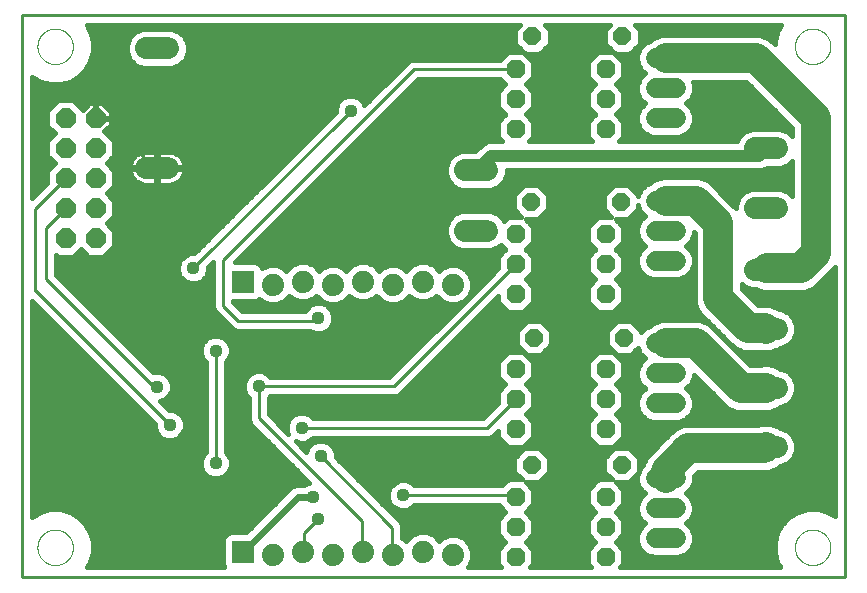
<source format=gbl>
G75*
%MOIN*%
%OFA0B0*%
%FSLAX25Y25*%
%IPPOS*%
%LPD*%
%AMOC8*
5,1,8,0,0,1.08239X$1,22.5*
%
%ADD10C,0.01000*%
%ADD11C,0.07300*%
%ADD12C,0.07400*%
%ADD13C,0.00000*%
%ADD14R,0.07400X0.07400*%
%ADD15C,0.07400*%
%ADD16OC8,0.05800*%
%ADD17C,0.06600*%
%ADD18OC8,0.06600*%
%ADD19OC8,0.06300*%
%ADD20C,0.04000*%
%ADD21C,0.01600*%
%ADD22C,0.04400*%
%ADD23C,0.02400*%
%ADD24C,0.10000*%
%ADD25C,0.08600*%
D10*
X0039800Y0028800D02*
X0039800Y0216261D01*
X0314001Y0216261D01*
X0314001Y0028800D01*
X0039800Y0028800D01*
X0096800Y0053300D02*
X0096800Y0101800D01*
X0084925Y0113675D01*
X0084925Y0164925D01*
X0084831Y0165245D01*
X0083355Y0165245D01*
X0069300Y0181800D01*
X0064300Y0181800D01*
X0054300Y0161800D02*
X0044200Y0151700D01*
X0044200Y0124300D01*
X0044300Y0124300D01*
X0086800Y0081800D01*
X0088925Y0079600D01*
X0084600Y0092400D02*
X0083700Y0092400D01*
X0047800Y0128300D01*
X0047800Y0145300D01*
X0054300Y0151800D01*
X0096800Y0131800D02*
X0149300Y0184300D01*
X0170419Y0198119D02*
X0204300Y0198119D01*
X0170419Y0198119D02*
X0106800Y0134500D01*
X0106800Y0119300D01*
X0111800Y0114300D01*
X0137575Y0114300D01*
X0138500Y0115225D01*
X0104300Y0104300D02*
X0104300Y0066800D01*
X0118675Y0081800D02*
X0153050Y0047425D01*
X0153050Y0037425D01*
X0153300Y0037300D01*
X0163200Y0036400D02*
X0163300Y0036300D01*
X0163200Y0036400D02*
X0163200Y0045400D01*
X0139300Y0069300D01*
X0133050Y0078675D02*
X0194856Y0078675D01*
X0204300Y0088119D01*
X0196800Y0125619D02*
X0163606Y0092425D01*
X0118675Y0092425D01*
X0118675Y0081800D01*
X0166800Y0056175D02*
X0203744Y0056175D01*
X0204300Y0055619D01*
X0138275Y0048275D02*
X0133675Y0043675D01*
X0133675Y0037425D01*
X0133300Y0037300D01*
X0113675Y0037425D02*
X0113300Y0037300D01*
X0196800Y0125619D02*
X0197391Y0126209D01*
X0204300Y0133119D01*
D11*
X0284050Y0131328D02*
X0291350Y0131328D01*
X0291350Y0111643D02*
X0284050Y0111643D01*
X0284050Y0091957D02*
X0291350Y0091957D01*
X0291350Y0072272D02*
X0284050Y0072272D01*
X0284150Y0151800D02*
X0291450Y0151800D01*
X0291450Y0171800D02*
X0284150Y0171800D01*
D12*
X0194831Y0164457D02*
X0187431Y0164457D01*
X0187431Y0144379D02*
X0194831Y0144379D01*
X0088531Y0165245D02*
X0081131Y0165245D01*
X0081131Y0205087D02*
X0088531Y0205087D01*
D13*
X0044894Y0205800D02*
X0044896Y0205953D01*
X0044902Y0206107D01*
X0044912Y0206260D01*
X0044926Y0206412D01*
X0044944Y0206565D01*
X0044966Y0206716D01*
X0044991Y0206867D01*
X0045021Y0207018D01*
X0045055Y0207168D01*
X0045092Y0207316D01*
X0045133Y0207464D01*
X0045178Y0207610D01*
X0045227Y0207756D01*
X0045280Y0207900D01*
X0045336Y0208042D01*
X0045396Y0208183D01*
X0045460Y0208323D01*
X0045527Y0208461D01*
X0045598Y0208597D01*
X0045673Y0208731D01*
X0045750Y0208863D01*
X0045832Y0208993D01*
X0045916Y0209121D01*
X0046004Y0209247D01*
X0046095Y0209370D01*
X0046189Y0209491D01*
X0046287Y0209609D01*
X0046387Y0209725D01*
X0046491Y0209838D01*
X0046597Y0209949D01*
X0046706Y0210057D01*
X0046818Y0210162D01*
X0046932Y0210263D01*
X0047050Y0210362D01*
X0047169Y0210458D01*
X0047291Y0210551D01*
X0047416Y0210640D01*
X0047543Y0210727D01*
X0047672Y0210809D01*
X0047803Y0210889D01*
X0047936Y0210965D01*
X0048071Y0211038D01*
X0048208Y0211107D01*
X0048347Y0211172D01*
X0048487Y0211234D01*
X0048629Y0211292D01*
X0048772Y0211347D01*
X0048917Y0211398D01*
X0049063Y0211445D01*
X0049210Y0211488D01*
X0049358Y0211527D01*
X0049507Y0211563D01*
X0049657Y0211594D01*
X0049808Y0211622D01*
X0049959Y0211646D01*
X0050112Y0211666D01*
X0050264Y0211682D01*
X0050417Y0211694D01*
X0050570Y0211702D01*
X0050723Y0211706D01*
X0050877Y0211706D01*
X0051030Y0211702D01*
X0051183Y0211694D01*
X0051336Y0211682D01*
X0051488Y0211666D01*
X0051641Y0211646D01*
X0051792Y0211622D01*
X0051943Y0211594D01*
X0052093Y0211563D01*
X0052242Y0211527D01*
X0052390Y0211488D01*
X0052537Y0211445D01*
X0052683Y0211398D01*
X0052828Y0211347D01*
X0052971Y0211292D01*
X0053113Y0211234D01*
X0053253Y0211172D01*
X0053392Y0211107D01*
X0053529Y0211038D01*
X0053664Y0210965D01*
X0053797Y0210889D01*
X0053928Y0210809D01*
X0054057Y0210727D01*
X0054184Y0210640D01*
X0054309Y0210551D01*
X0054431Y0210458D01*
X0054550Y0210362D01*
X0054668Y0210263D01*
X0054782Y0210162D01*
X0054894Y0210057D01*
X0055003Y0209949D01*
X0055109Y0209838D01*
X0055213Y0209725D01*
X0055313Y0209609D01*
X0055411Y0209491D01*
X0055505Y0209370D01*
X0055596Y0209247D01*
X0055684Y0209121D01*
X0055768Y0208993D01*
X0055850Y0208863D01*
X0055927Y0208731D01*
X0056002Y0208597D01*
X0056073Y0208461D01*
X0056140Y0208323D01*
X0056204Y0208183D01*
X0056264Y0208042D01*
X0056320Y0207900D01*
X0056373Y0207756D01*
X0056422Y0207610D01*
X0056467Y0207464D01*
X0056508Y0207316D01*
X0056545Y0207168D01*
X0056579Y0207018D01*
X0056609Y0206867D01*
X0056634Y0206716D01*
X0056656Y0206565D01*
X0056674Y0206412D01*
X0056688Y0206260D01*
X0056698Y0206107D01*
X0056704Y0205953D01*
X0056706Y0205800D01*
X0056704Y0205647D01*
X0056698Y0205493D01*
X0056688Y0205340D01*
X0056674Y0205188D01*
X0056656Y0205035D01*
X0056634Y0204884D01*
X0056609Y0204733D01*
X0056579Y0204582D01*
X0056545Y0204432D01*
X0056508Y0204284D01*
X0056467Y0204136D01*
X0056422Y0203990D01*
X0056373Y0203844D01*
X0056320Y0203700D01*
X0056264Y0203558D01*
X0056204Y0203417D01*
X0056140Y0203277D01*
X0056073Y0203139D01*
X0056002Y0203003D01*
X0055927Y0202869D01*
X0055850Y0202737D01*
X0055768Y0202607D01*
X0055684Y0202479D01*
X0055596Y0202353D01*
X0055505Y0202230D01*
X0055411Y0202109D01*
X0055313Y0201991D01*
X0055213Y0201875D01*
X0055109Y0201762D01*
X0055003Y0201651D01*
X0054894Y0201543D01*
X0054782Y0201438D01*
X0054668Y0201337D01*
X0054550Y0201238D01*
X0054431Y0201142D01*
X0054309Y0201049D01*
X0054184Y0200960D01*
X0054057Y0200873D01*
X0053928Y0200791D01*
X0053797Y0200711D01*
X0053664Y0200635D01*
X0053529Y0200562D01*
X0053392Y0200493D01*
X0053253Y0200428D01*
X0053113Y0200366D01*
X0052971Y0200308D01*
X0052828Y0200253D01*
X0052683Y0200202D01*
X0052537Y0200155D01*
X0052390Y0200112D01*
X0052242Y0200073D01*
X0052093Y0200037D01*
X0051943Y0200006D01*
X0051792Y0199978D01*
X0051641Y0199954D01*
X0051488Y0199934D01*
X0051336Y0199918D01*
X0051183Y0199906D01*
X0051030Y0199898D01*
X0050877Y0199894D01*
X0050723Y0199894D01*
X0050570Y0199898D01*
X0050417Y0199906D01*
X0050264Y0199918D01*
X0050112Y0199934D01*
X0049959Y0199954D01*
X0049808Y0199978D01*
X0049657Y0200006D01*
X0049507Y0200037D01*
X0049358Y0200073D01*
X0049210Y0200112D01*
X0049063Y0200155D01*
X0048917Y0200202D01*
X0048772Y0200253D01*
X0048629Y0200308D01*
X0048487Y0200366D01*
X0048347Y0200428D01*
X0048208Y0200493D01*
X0048071Y0200562D01*
X0047936Y0200635D01*
X0047803Y0200711D01*
X0047672Y0200791D01*
X0047543Y0200873D01*
X0047416Y0200960D01*
X0047291Y0201049D01*
X0047169Y0201142D01*
X0047050Y0201238D01*
X0046932Y0201337D01*
X0046818Y0201438D01*
X0046706Y0201543D01*
X0046597Y0201651D01*
X0046491Y0201762D01*
X0046387Y0201875D01*
X0046287Y0201991D01*
X0046189Y0202109D01*
X0046095Y0202230D01*
X0046004Y0202353D01*
X0045916Y0202479D01*
X0045832Y0202607D01*
X0045750Y0202737D01*
X0045673Y0202869D01*
X0045598Y0203003D01*
X0045527Y0203139D01*
X0045460Y0203277D01*
X0045396Y0203417D01*
X0045336Y0203558D01*
X0045280Y0203700D01*
X0045227Y0203844D01*
X0045178Y0203990D01*
X0045133Y0204136D01*
X0045092Y0204284D01*
X0045055Y0204432D01*
X0045021Y0204582D01*
X0044991Y0204733D01*
X0044966Y0204884D01*
X0044944Y0205035D01*
X0044926Y0205188D01*
X0044912Y0205340D01*
X0044902Y0205493D01*
X0044896Y0205647D01*
X0044894Y0205800D01*
X0297394Y0205800D02*
X0297396Y0205953D01*
X0297402Y0206107D01*
X0297412Y0206260D01*
X0297426Y0206412D01*
X0297444Y0206565D01*
X0297466Y0206716D01*
X0297491Y0206867D01*
X0297521Y0207018D01*
X0297555Y0207168D01*
X0297592Y0207316D01*
X0297633Y0207464D01*
X0297678Y0207610D01*
X0297727Y0207756D01*
X0297780Y0207900D01*
X0297836Y0208042D01*
X0297896Y0208183D01*
X0297960Y0208323D01*
X0298027Y0208461D01*
X0298098Y0208597D01*
X0298173Y0208731D01*
X0298250Y0208863D01*
X0298332Y0208993D01*
X0298416Y0209121D01*
X0298504Y0209247D01*
X0298595Y0209370D01*
X0298689Y0209491D01*
X0298787Y0209609D01*
X0298887Y0209725D01*
X0298991Y0209838D01*
X0299097Y0209949D01*
X0299206Y0210057D01*
X0299318Y0210162D01*
X0299432Y0210263D01*
X0299550Y0210362D01*
X0299669Y0210458D01*
X0299791Y0210551D01*
X0299916Y0210640D01*
X0300043Y0210727D01*
X0300172Y0210809D01*
X0300303Y0210889D01*
X0300436Y0210965D01*
X0300571Y0211038D01*
X0300708Y0211107D01*
X0300847Y0211172D01*
X0300987Y0211234D01*
X0301129Y0211292D01*
X0301272Y0211347D01*
X0301417Y0211398D01*
X0301563Y0211445D01*
X0301710Y0211488D01*
X0301858Y0211527D01*
X0302007Y0211563D01*
X0302157Y0211594D01*
X0302308Y0211622D01*
X0302459Y0211646D01*
X0302612Y0211666D01*
X0302764Y0211682D01*
X0302917Y0211694D01*
X0303070Y0211702D01*
X0303223Y0211706D01*
X0303377Y0211706D01*
X0303530Y0211702D01*
X0303683Y0211694D01*
X0303836Y0211682D01*
X0303988Y0211666D01*
X0304141Y0211646D01*
X0304292Y0211622D01*
X0304443Y0211594D01*
X0304593Y0211563D01*
X0304742Y0211527D01*
X0304890Y0211488D01*
X0305037Y0211445D01*
X0305183Y0211398D01*
X0305328Y0211347D01*
X0305471Y0211292D01*
X0305613Y0211234D01*
X0305753Y0211172D01*
X0305892Y0211107D01*
X0306029Y0211038D01*
X0306164Y0210965D01*
X0306297Y0210889D01*
X0306428Y0210809D01*
X0306557Y0210727D01*
X0306684Y0210640D01*
X0306809Y0210551D01*
X0306931Y0210458D01*
X0307050Y0210362D01*
X0307168Y0210263D01*
X0307282Y0210162D01*
X0307394Y0210057D01*
X0307503Y0209949D01*
X0307609Y0209838D01*
X0307713Y0209725D01*
X0307813Y0209609D01*
X0307911Y0209491D01*
X0308005Y0209370D01*
X0308096Y0209247D01*
X0308184Y0209121D01*
X0308268Y0208993D01*
X0308350Y0208863D01*
X0308427Y0208731D01*
X0308502Y0208597D01*
X0308573Y0208461D01*
X0308640Y0208323D01*
X0308704Y0208183D01*
X0308764Y0208042D01*
X0308820Y0207900D01*
X0308873Y0207756D01*
X0308922Y0207610D01*
X0308967Y0207464D01*
X0309008Y0207316D01*
X0309045Y0207168D01*
X0309079Y0207018D01*
X0309109Y0206867D01*
X0309134Y0206716D01*
X0309156Y0206565D01*
X0309174Y0206412D01*
X0309188Y0206260D01*
X0309198Y0206107D01*
X0309204Y0205953D01*
X0309206Y0205800D01*
X0309204Y0205647D01*
X0309198Y0205493D01*
X0309188Y0205340D01*
X0309174Y0205188D01*
X0309156Y0205035D01*
X0309134Y0204884D01*
X0309109Y0204733D01*
X0309079Y0204582D01*
X0309045Y0204432D01*
X0309008Y0204284D01*
X0308967Y0204136D01*
X0308922Y0203990D01*
X0308873Y0203844D01*
X0308820Y0203700D01*
X0308764Y0203558D01*
X0308704Y0203417D01*
X0308640Y0203277D01*
X0308573Y0203139D01*
X0308502Y0203003D01*
X0308427Y0202869D01*
X0308350Y0202737D01*
X0308268Y0202607D01*
X0308184Y0202479D01*
X0308096Y0202353D01*
X0308005Y0202230D01*
X0307911Y0202109D01*
X0307813Y0201991D01*
X0307713Y0201875D01*
X0307609Y0201762D01*
X0307503Y0201651D01*
X0307394Y0201543D01*
X0307282Y0201438D01*
X0307168Y0201337D01*
X0307050Y0201238D01*
X0306931Y0201142D01*
X0306809Y0201049D01*
X0306684Y0200960D01*
X0306557Y0200873D01*
X0306428Y0200791D01*
X0306297Y0200711D01*
X0306164Y0200635D01*
X0306029Y0200562D01*
X0305892Y0200493D01*
X0305753Y0200428D01*
X0305613Y0200366D01*
X0305471Y0200308D01*
X0305328Y0200253D01*
X0305183Y0200202D01*
X0305037Y0200155D01*
X0304890Y0200112D01*
X0304742Y0200073D01*
X0304593Y0200037D01*
X0304443Y0200006D01*
X0304292Y0199978D01*
X0304141Y0199954D01*
X0303988Y0199934D01*
X0303836Y0199918D01*
X0303683Y0199906D01*
X0303530Y0199898D01*
X0303377Y0199894D01*
X0303223Y0199894D01*
X0303070Y0199898D01*
X0302917Y0199906D01*
X0302764Y0199918D01*
X0302612Y0199934D01*
X0302459Y0199954D01*
X0302308Y0199978D01*
X0302157Y0200006D01*
X0302007Y0200037D01*
X0301858Y0200073D01*
X0301710Y0200112D01*
X0301563Y0200155D01*
X0301417Y0200202D01*
X0301272Y0200253D01*
X0301129Y0200308D01*
X0300987Y0200366D01*
X0300847Y0200428D01*
X0300708Y0200493D01*
X0300571Y0200562D01*
X0300436Y0200635D01*
X0300303Y0200711D01*
X0300172Y0200791D01*
X0300043Y0200873D01*
X0299916Y0200960D01*
X0299791Y0201049D01*
X0299669Y0201142D01*
X0299550Y0201238D01*
X0299432Y0201337D01*
X0299318Y0201438D01*
X0299206Y0201543D01*
X0299097Y0201651D01*
X0298991Y0201762D01*
X0298887Y0201875D01*
X0298787Y0201991D01*
X0298689Y0202109D01*
X0298595Y0202230D01*
X0298504Y0202353D01*
X0298416Y0202479D01*
X0298332Y0202607D01*
X0298250Y0202737D01*
X0298173Y0202869D01*
X0298098Y0203003D01*
X0298027Y0203139D01*
X0297960Y0203277D01*
X0297896Y0203417D01*
X0297836Y0203558D01*
X0297780Y0203700D01*
X0297727Y0203844D01*
X0297678Y0203990D01*
X0297633Y0204136D01*
X0297592Y0204284D01*
X0297555Y0204432D01*
X0297521Y0204582D01*
X0297491Y0204733D01*
X0297466Y0204884D01*
X0297444Y0205035D01*
X0297426Y0205188D01*
X0297412Y0205340D01*
X0297402Y0205493D01*
X0297396Y0205647D01*
X0297394Y0205800D01*
X0297394Y0038800D02*
X0297396Y0038953D01*
X0297402Y0039107D01*
X0297412Y0039260D01*
X0297426Y0039412D01*
X0297444Y0039565D01*
X0297466Y0039716D01*
X0297491Y0039867D01*
X0297521Y0040018D01*
X0297555Y0040168D01*
X0297592Y0040316D01*
X0297633Y0040464D01*
X0297678Y0040610D01*
X0297727Y0040756D01*
X0297780Y0040900D01*
X0297836Y0041042D01*
X0297896Y0041183D01*
X0297960Y0041323D01*
X0298027Y0041461D01*
X0298098Y0041597D01*
X0298173Y0041731D01*
X0298250Y0041863D01*
X0298332Y0041993D01*
X0298416Y0042121D01*
X0298504Y0042247D01*
X0298595Y0042370D01*
X0298689Y0042491D01*
X0298787Y0042609D01*
X0298887Y0042725D01*
X0298991Y0042838D01*
X0299097Y0042949D01*
X0299206Y0043057D01*
X0299318Y0043162D01*
X0299432Y0043263D01*
X0299550Y0043362D01*
X0299669Y0043458D01*
X0299791Y0043551D01*
X0299916Y0043640D01*
X0300043Y0043727D01*
X0300172Y0043809D01*
X0300303Y0043889D01*
X0300436Y0043965D01*
X0300571Y0044038D01*
X0300708Y0044107D01*
X0300847Y0044172D01*
X0300987Y0044234D01*
X0301129Y0044292D01*
X0301272Y0044347D01*
X0301417Y0044398D01*
X0301563Y0044445D01*
X0301710Y0044488D01*
X0301858Y0044527D01*
X0302007Y0044563D01*
X0302157Y0044594D01*
X0302308Y0044622D01*
X0302459Y0044646D01*
X0302612Y0044666D01*
X0302764Y0044682D01*
X0302917Y0044694D01*
X0303070Y0044702D01*
X0303223Y0044706D01*
X0303377Y0044706D01*
X0303530Y0044702D01*
X0303683Y0044694D01*
X0303836Y0044682D01*
X0303988Y0044666D01*
X0304141Y0044646D01*
X0304292Y0044622D01*
X0304443Y0044594D01*
X0304593Y0044563D01*
X0304742Y0044527D01*
X0304890Y0044488D01*
X0305037Y0044445D01*
X0305183Y0044398D01*
X0305328Y0044347D01*
X0305471Y0044292D01*
X0305613Y0044234D01*
X0305753Y0044172D01*
X0305892Y0044107D01*
X0306029Y0044038D01*
X0306164Y0043965D01*
X0306297Y0043889D01*
X0306428Y0043809D01*
X0306557Y0043727D01*
X0306684Y0043640D01*
X0306809Y0043551D01*
X0306931Y0043458D01*
X0307050Y0043362D01*
X0307168Y0043263D01*
X0307282Y0043162D01*
X0307394Y0043057D01*
X0307503Y0042949D01*
X0307609Y0042838D01*
X0307713Y0042725D01*
X0307813Y0042609D01*
X0307911Y0042491D01*
X0308005Y0042370D01*
X0308096Y0042247D01*
X0308184Y0042121D01*
X0308268Y0041993D01*
X0308350Y0041863D01*
X0308427Y0041731D01*
X0308502Y0041597D01*
X0308573Y0041461D01*
X0308640Y0041323D01*
X0308704Y0041183D01*
X0308764Y0041042D01*
X0308820Y0040900D01*
X0308873Y0040756D01*
X0308922Y0040610D01*
X0308967Y0040464D01*
X0309008Y0040316D01*
X0309045Y0040168D01*
X0309079Y0040018D01*
X0309109Y0039867D01*
X0309134Y0039716D01*
X0309156Y0039565D01*
X0309174Y0039412D01*
X0309188Y0039260D01*
X0309198Y0039107D01*
X0309204Y0038953D01*
X0309206Y0038800D01*
X0309204Y0038647D01*
X0309198Y0038493D01*
X0309188Y0038340D01*
X0309174Y0038188D01*
X0309156Y0038035D01*
X0309134Y0037884D01*
X0309109Y0037733D01*
X0309079Y0037582D01*
X0309045Y0037432D01*
X0309008Y0037284D01*
X0308967Y0037136D01*
X0308922Y0036990D01*
X0308873Y0036844D01*
X0308820Y0036700D01*
X0308764Y0036558D01*
X0308704Y0036417D01*
X0308640Y0036277D01*
X0308573Y0036139D01*
X0308502Y0036003D01*
X0308427Y0035869D01*
X0308350Y0035737D01*
X0308268Y0035607D01*
X0308184Y0035479D01*
X0308096Y0035353D01*
X0308005Y0035230D01*
X0307911Y0035109D01*
X0307813Y0034991D01*
X0307713Y0034875D01*
X0307609Y0034762D01*
X0307503Y0034651D01*
X0307394Y0034543D01*
X0307282Y0034438D01*
X0307168Y0034337D01*
X0307050Y0034238D01*
X0306931Y0034142D01*
X0306809Y0034049D01*
X0306684Y0033960D01*
X0306557Y0033873D01*
X0306428Y0033791D01*
X0306297Y0033711D01*
X0306164Y0033635D01*
X0306029Y0033562D01*
X0305892Y0033493D01*
X0305753Y0033428D01*
X0305613Y0033366D01*
X0305471Y0033308D01*
X0305328Y0033253D01*
X0305183Y0033202D01*
X0305037Y0033155D01*
X0304890Y0033112D01*
X0304742Y0033073D01*
X0304593Y0033037D01*
X0304443Y0033006D01*
X0304292Y0032978D01*
X0304141Y0032954D01*
X0303988Y0032934D01*
X0303836Y0032918D01*
X0303683Y0032906D01*
X0303530Y0032898D01*
X0303377Y0032894D01*
X0303223Y0032894D01*
X0303070Y0032898D01*
X0302917Y0032906D01*
X0302764Y0032918D01*
X0302612Y0032934D01*
X0302459Y0032954D01*
X0302308Y0032978D01*
X0302157Y0033006D01*
X0302007Y0033037D01*
X0301858Y0033073D01*
X0301710Y0033112D01*
X0301563Y0033155D01*
X0301417Y0033202D01*
X0301272Y0033253D01*
X0301129Y0033308D01*
X0300987Y0033366D01*
X0300847Y0033428D01*
X0300708Y0033493D01*
X0300571Y0033562D01*
X0300436Y0033635D01*
X0300303Y0033711D01*
X0300172Y0033791D01*
X0300043Y0033873D01*
X0299916Y0033960D01*
X0299791Y0034049D01*
X0299669Y0034142D01*
X0299550Y0034238D01*
X0299432Y0034337D01*
X0299318Y0034438D01*
X0299206Y0034543D01*
X0299097Y0034651D01*
X0298991Y0034762D01*
X0298887Y0034875D01*
X0298787Y0034991D01*
X0298689Y0035109D01*
X0298595Y0035230D01*
X0298504Y0035353D01*
X0298416Y0035479D01*
X0298332Y0035607D01*
X0298250Y0035737D01*
X0298173Y0035869D01*
X0298098Y0036003D01*
X0298027Y0036139D01*
X0297960Y0036277D01*
X0297896Y0036417D01*
X0297836Y0036558D01*
X0297780Y0036700D01*
X0297727Y0036844D01*
X0297678Y0036990D01*
X0297633Y0037136D01*
X0297592Y0037284D01*
X0297555Y0037432D01*
X0297521Y0037582D01*
X0297491Y0037733D01*
X0297466Y0037884D01*
X0297444Y0038035D01*
X0297426Y0038188D01*
X0297412Y0038340D01*
X0297402Y0038493D01*
X0297396Y0038647D01*
X0297394Y0038800D01*
X0044894Y0038800D02*
X0044896Y0038953D01*
X0044902Y0039107D01*
X0044912Y0039260D01*
X0044926Y0039412D01*
X0044944Y0039565D01*
X0044966Y0039716D01*
X0044991Y0039867D01*
X0045021Y0040018D01*
X0045055Y0040168D01*
X0045092Y0040316D01*
X0045133Y0040464D01*
X0045178Y0040610D01*
X0045227Y0040756D01*
X0045280Y0040900D01*
X0045336Y0041042D01*
X0045396Y0041183D01*
X0045460Y0041323D01*
X0045527Y0041461D01*
X0045598Y0041597D01*
X0045673Y0041731D01*
X0045750Y0041863D01*
X0045832Y0041993D01*
X0045916Y0042121D01*
X0046004Y0042247D01*
X0046095Y0042370D01*
X0046189Y0042491D01*
X0046287Y0042609D01*
X0046387Y0042725D01*
X0046491Y0042838D01*
X0046597Y0042949D01*
X0046706Y0043057D01*
X0046818Y0043162D01*
X0046932Y0043263D01*
X0047050Y0043362D01*
X0047169Y0043458D01*
X0047291Y0043551D01*
X0047416Y0043640D01*
X0047543Y0043727D01*
X0047672Y0043809D01*
X0047803Y0043889D01*
X0047936Y0043965D01*
X0048071Y0044038D01*
X0048208Y0044107D01*
X0048347Y0044172D01*
X0048487Y0044234D01*
X0048629Y0044292D01*
X0048772Y0044347D01*
X0048917Y0044398D01*
X0049063Y0044445D01*
X0049210Y0044488D01*
X0049358Y0044527D01*
X0049507Y0044563D01*
X0049657Y0044594D01*
X0049808Y0044622D01*
X0049959Y0044646D01*
X0050112Y0044666D01*
X0050264Y0044682D01*
X0050417Y0044694D01*
X0050570Y0044702D01*
X0050723Y0044706D01*
X0050877Y0044706D01*
X0051030Y0044702D01*
X0051183Y0044694D01*
X0051336Y0044682D01*
X0051488Y0044666D01*
X0051641Y0044646D01*
X0051792Y0044622D01*
X0051943Y0044594D01*
X0052093Y0044563D01*
X0052242Y0044527D01*
X0052390Y0044488D01*
X0052537Y0044445D01*
X0052683Y0044398D01*
X0052828Y0044347D01*
X0052971Y0044292D01*
X0053113Y0044234D01*
X0053253Y0044172D01*
X0053392Y0044107D01*
X0053529Y0044038D01*
X0053664Y0043965D01*
X0053797Y0043889D01*
X0053928Y0043809D01*
X0054057Y0043727D01*
X0054184Y0043640D01*
X0054309Y0043551D01*
X0054431Y0043458D01*
X0054550Y0043362D01*
X0054668Y0043263D01*
X0054782Y0043162D01*
X0054894Y0043057D01*
X0055003Y0042949D01*
X0055109Y0042838D01*
X0055213Y0042725D01*
X0055313Y0042609D01*
X0055411Y0042491D01*
X0055505Y0042370D01*
X0055596Y0042247D01*
X0055684Y0042121D01*
X0055768Y0041993D01*
X0055850Y0041863D01*
X0055927Y0041731D01*
X0056002Y0041597D01*
X0056073Y0041461D01*
X0056140Y0041323D01*
X0056204Y0041183D01*
X0056264Y0041042D01*
X0056320Y0040900D01*
X0056373Y0040756D01*
X0056422Y0040610D01*
X0056467Y0040464D01*
X0056508Y0040316D01*
X0056545Y0040168D01*
X0056579Y0040018D01*
X0056609Y0039867D01*
X0056634Y0039716D01*
X0056656Y0039565D01*
X0056674Y0039412D01*
X0056688Y0039260D01*
X0056698Y0039107D01*
X0056704Y0038953D01*
X0056706Y0038800D01*
X0056704Y0038647D01*
X0056698Y0038493D01*
X0056688Y0038340D01*
X0056674Y0038188D01*
X0056656Y0038035D01*
X0056634Y0037884D01*
X0056609Y0037733D01*
X0056579Y0037582D01*
X0056545Y0037432D01*
X0056508Y0037284D01*
X0056467Y0037136D01*
X0056422Y0036990D01*
X0056373Y0036844D01*
X0056320Y0036700D01*
X0056264Y0036558D01*
X0056204Y0036417D01*
X0056140Y0036277D01*
X0056073Y0036139D01*
X0056002Y0036003D01*
X0055927Y0035869D01*
X0055850Y0035737D01*
X0055768Y0035607D01*
X0055684Y0035479D01*
X0055596Y0035353D01*
X0055505Y0035230D01*
X0055411Y0035109D01*
X0055313Y0034991D01*
X0055213Y0034875D01*
X0055109Y0034762D01*
X0055003Y0034651D01*
X0054894Y0034543D01*
X0054782Y0034438D01*
X0054668Y0034337D01*
X0054550Y0034238D01*
X0054431Y0034142D01*
X0054309Y0034049D01*
X0054184Y0033960D01*
X0054057Y0033873D01*
X0053928Y0033791D01*
X0053797Y0033711D01*
X0053664Y0033635D01*
X0053529Y0033562D01*
X0053392Y0033493D01*
X0053253Y0033428D01*
X0053113Y0033366D01*
X0052971Y0033308D01*
X0052828Y0033253D01*
X0052683Y0033202D01*
X0052537Y0033155D01*
X0052390Y0033112D01*
X0052242Y0033073D01*
X0052093Y0033037D01*
X0051943Y0033006D01*
X0051792Y0032978D01*
X0051641Y0032954D01*
X0051488Y0032934D01*
X0051336Y0032918D01*
X0051183Y0032906D01*
X0051030Y0032898D01*
X0050877Y0032894D01*
X0050723Y0032894D01*
X0050570Y0032898D01*
X0050417Y0032906D01*
X0050264Y0032918D01*
X0050112Y0032934D01*
X0049959Y0032954D01*
X0049808Y0032978D01*
X0049657Y0033006D01*
X0049507Y0033037D01*
X0049358Y0033073D01*
X0049210Y0033112D01*
X0049063Y0033155D01*
X0048917Y0033202D01*
X0048772Y0033253D01*
X0048629Y0033308D01*
X0048487Y0033366D01*
X0048347Y0033428D01*
X0048208Y0033493D01*
X0048071Y0033562D01*
X0047936Y0033635D01*
X0047803Y0033711D01*
X0047672Y0033791D01*
X0047543Y0033873D01*
X0047416Y0033960D01*
X0047291Y0034049D01*
X0047169Y0034142D01*
X0047050Y0034238D01*
X0046932Y0034337D01*
X0046818Y0034438D01*
X0046706Y0034543D01*
X0046597Y0034651D01*
X0046491Y0034762D01*
X0046387Y0034875D01*
X0046287Y0034991D01*
X0046189Y0035109D01*
X0046095Y0035230D01*
X0046004Y0035353D01*
X0045916Y0035479D01*
X0045832Y0035607D01*
X0045750Y0035737D01*
X0045673Y0035869D01*
X0045598Y0036003D01*
X0045527Y0036139D01*
X0045460Y0036277D01*
X0045396Y0036417D01*
X0045336Y0036558D01*
X0045280Y0036700D01*
X0045227Y0036844D01*
X0045178Y0036990D01*
X0045133Y0037136D01*
X0045092Y0037284D01*
X0045055Y0037432D01*
X0045021Y0037582D01*
X0044991Y0037733D01*
X0044966Y0037884D01*
X0044944Y0038035D01*
X0044926Y0038188D01*
X0044912Y0038340D01*
X0044902Y0038493D01*
X0044896Y0038647D01*
X0044894Y0038800D01*
D14*
X0113300Y0037300D03*
X0113300Y0127300D03*
D15*
X0123300Y0126300D03*
X0133300Y0127300D03*
X0143300Y0126300D03*
X0153300Y0127300D03*
X0163300Y0126300D03*
X0173300Y0127300D03*
X0183300Y0126300D03*
X0173300Y0037300D03*
X0183300Y0036300D03*
X0163300Y0036300D03*
X0153300Y0037300D03*
X0143300Y0036300D03*
X0133300Y0037300D03*
X0123300Y0036300D03*
D16*
X0209600Y0066300D03*
X0239600Y0066300D03*
X0240300Y0108700D03*
X0210300Y0108700D03*
X0209300Y0153900D03*
X0239300Y0153900D03*
X0239900Y0209100D03*
X0209900Y0209100D03*
D17*
X0251000Y0201800D02*
X0257600Y0201800D01*
X0257600Y0191800D02*
X0251000Y0191800D01*
X0251000Y0181800D02*
X0257600Y0181800D01*
X0257600Y0154300D02*
X0251000Y0154300D01*
X0251000Y0144300D02*
X0257600Y0144300D01*
X0257600Y0134300D02*
X0251000Y0134300D01*
X0251000Y0106800D02*
X0257600Y0106800D01*
X0257600Y0096800D02*
X0251000Y0096800D01*
X0251000Y0086800D02*
X0257600Y0086800D01*
X0257600Y0061800D02*
X0251000Y0061800D01*
X0251000Y0051800D02*
X0257600Y0051800D01*
X0257600Y0041800D02*
X0251000Y0041800D01*
D18*
X0064300Y0141800D03*
X0054300Y0141800D03*
X0054300Y0151800D03*
X0064300Y0151800D03*
X0064300Y0161800D03*
X0054300Y0161800D03*
X0054300Y0171800D03*
X0064300Y0171800D03*
X0064300Y0181800D03*
X0054300Y0181800D03*
D19*
X0204300Y0178119D03*
X0204300Y0188119D03*
X0204300Y0198119D03*
X0234300Y0198119D03*
X0234300Y0188119D03*
X0234300Y0178119D03*
X0234300Y0143119D03*
X0234300Y0133119D03*
X0234300Y0123119D03*
X0204300Y0123119D03*
X0204300Y0133119D03*
X0204300Y0143119D03*
X0204300Y0098119D03*
X0204300Y0088119D03*
X0204300Y0078119D03*
X0234300Y0078119D03*
X0234300Y0088119D03*
X0234300Y0098119D03*
X0234300Y0055619D03*
X0234300Y0045619D03*
X0234300Y0035619D03*
X0204300Y0035619D03*
X0204300Y0045619D03*
X0204300Y0055619D03*
D20*
X0191131Y0164457D02*
X0195973Y0169300D01*
X0285300Y0169300D01*
X0287800Y0171800D01*
D21*
X0282867Y0178250D02*
X0280496Y0177268D01*
X0278682Y0175454D01*
X0278121Y0174100D01*
X0238696Y0174100D01*
X0240250Y0175654D01*
X0240250Y0180583D01*
X0237715Y0183119D01*
X0240250Y0185654D01*
X0240250Y0190583D01*
X0237715Y0193119D01*
X0240250Y0195654D01*
X0240250Y0200583D01*
X0236765Y0204069D01*
X0231835Y0204069D01*
X0228350Y0200583D01*
X0228350Y0195654D01*
X0230885Y0193119D01*
X0228350Y0190583D01*
X0228350Y0185654D01*
X0230885Y0183119D01*
X0228350Y0180583D01*
X0228350Y0175654D01*
X0229904Y0174100D01*
X0208696Y0174100D01*
X0210250Y0175654D01*
X0210250Y0180583D01*
X0207715Y0183119D01*
X0210250Y0185654D01*
X0210250Y0190583D01*
X0207715Y0193119D01*
X0210250Y0195654D01*
X0210250Y0200583D01*
X0206765Y0204069D01*
X0201835Y0204069D01*
X0199185Y0201419D01*
X0169762Y0201419D01*
X0168550Y0200916D01*
X0167621Y0199988D01*
X0153898Y0186265D01*
X0153539Y0187132D01*
X0152132Y0188539D01*
X0150295Y0189300D01*
X0148305Y0189300D01*
X0146468Y0188539D01*
X0145061Y0187132D01*
X0144300Y0185295D01*
X0144300Y0183967D01*
X0097133Y0136800D01*
X0095805Y0136800D01*
X0093968Y0136039D01*
X0092561Y0134632D01*
X0091800Y0132795D01*
X0091800Y0130805D01*
X0092561Y0128968D01*
X0093968Y0127561D01*
X0095805Y0126800D01*
X0097795Y0126800D01*
X0099632Y0127561D01*
X0101039Y0128968D01*
X0101800Y0130805D01*
X0101800Y0132133D01*
X0103500Y0133833D01*
X0103500Y0118644D01*
X0104002Y0117431D01*
X0109002Y0112431D01*
X0109931Y0111502D01*
X0111144Y0111000D01*
X0135654Y0111000D01*
X0135668Y0110986D01*
X0137505Y0110225D01*
X0139495Y0110225D01*
X0141332Y0110986D01*
X0142739Y0112393D01*
X0143500Y0114230D01*
X0143500Y0116220D01*
X0142739Y0118057D01*
X0141332Y0119464D01*
X0139495Y0120225D01*
X0137505Y0120225D01*
X0135668Y0119464D01*
X0134261Y0118057D01*
X0134072Y0117600D01*
X0113167Y0117600D01*
X0110100Y0120667D01*
X0110100Y0120800D01*
X0117557Y0120800D01*
X0118586Y0121226D01*
X0118884Y0121524D01*
X0119618Y0120790D01*
X0122007Y0119800D01*
X0124593Y0119800D01*
X0126982Y0120790D01*
X0128800Y0122608D01*
X0129618Y0121790D01*
X0132007Y0120800D01*
X0134593Y0120800D01*
X0136982Y0121790D01*
X0137800Y0122608D01*
X0139618Y0120790D01*
X0142007Y0119800D01*
X0144593Y0119800D01*
X0146982Y0120790D01*
X0148800Y0122608D01*
X0149618Y0121790D01*
X0152007Y0120800D01*
X0154593Y0120800D01*
X0156982Y0121790D01*
X0157800Y0122608D01*
X0159618Y0120790D01*
X0162007Y0119800D01*
X0164593Y0119800D01*
X0166982Y0120790D01*
X0168800Y0122608D01*
X0169618Y0121790D01*
X0172007Y0120800D01*
X0174593Y0120800D01*
X0176982Y0121790D01*
X0177800Y0122608D01*
X0179618Y0120790D01*
X0182007Y0119800D01*
X0184593Y0119800D01*
X0186982Y0120790D01*
X0188810Y0122618D01*
X0189800Y0125007D01*
X0189800Y0127593D01*
X0188810Y0129982D01*
X0186982Y0131810D01*
X0184593Y0132800D01*
X0182007Y0132800D01*
X0179618Y0131810D01*
X0178800Y0130992D01*
X0176982Y0132810D01*
X0174593Y0133800D01*
X0172007Y0133800D01*
X0169618Y0132810D01*
X0167800Y0130992D01*
X0166982Y0131810D01*
X0164593Y0132800D01*
X0162007Y0132800D01*
X0159618Y0131810D01*
X0158800Y0130992D01*
X0156982Y0132810D01*
X0154593Y0133800D01*
X0152007Y0133800D01*
X0149618Y0132810D01*
X0147800Y0130992D01*
X0146982Y0131810D01*
X0144593Y0132800D01*
X0142007Y0132800D01*
X0139618Y0131810D01*
X0138800Y0130992D01*
X0136982Y0132810D01*
X0134593Y0133800D01*
X0132007Y0133800D01*
X0129618Y0132810D01*
X0127800Y0130992D01*
X0126982Y0131810D01*
X0124593Y0132800D01*
X0122007Y0132800D01*
X0119684Y0131838D01*
X0119374Y0132586D01*
X0118586Y0133374D01*
X0117557Y0133800D01*
X0110767Y0133800D01*
X0171786Y0194819D01*
X0199185Y0194819D01*
X0200885Y0193119D01*
X0198350Y0190583D01*
X0198350Y0185654D01*
X0200885Y0183119D01*
X0198350Y0180583D01*
X0198350Y0175654D01*
X0199904Y0174100D01*
X0195018Y0174100D01*
X0193254Y0173369D01*
X0190842Y0170957D01*
X0186138Y0170957D01*
X0183749Y0169968D01*
X0181920Y0168139D01*
X0180931Y0165750D01*
X0180931Y0163165D01*
X0181920Y0160776D01*
X0183749Y0158947D01*
X0186138Y0157957D01*
X0196124Y0157957D01*
X0198513Y0158947D01*
X0200341Y0160776D01*
X0201331Y0163165D01*
X0201331Y0164500D01*
X0286255Y0164500D01*
X0288019Y0165231D01*
X0288138Y0165350D01*
X0292733Y0165350D01*
X0295104Y0166332D01*
X0296500Y0167728D01*
X0296500Y0155872D01*
X0295104Y0157268D01*
X0292733Y0158250D01*
X0282867Y0158250D01*
X0280496Y0157268D01*
X0278682Y0155454D01*
X0277700Y0153083D01*
X0277700Y0151931D01*
X0276218Y0153413D01*
X0268718Y0160913D01*
X0265852Y0162100D01*
X0252748Y0162100D01*
X0249882Y0160913D01*
X0249074Y0160105D01*
X0247545Y0159471D01*
X0245829Y0157755D01*
X0245000Y0155755D01*
X0245000Y0156261D01*
X0241661Y0159600D01*
X0236939Y0159600D01*
X0233600Y0156261D01*
X0233600Y0151539D01*
X0236070Y0149069D01*
X0231835Y0149069D01*
X0228350Y0145583D01*
X0228350Y0140654D01*
X0230885Y0138119D01*
X0228350Y0135583D01*
X0228350Y0130654D01*
X0230885Y0128119D01*
X0228350Y0125583D01*
X0228350Y0120654D01*
X0231835Y0117169D01*
X0236765Y0117169D01*
X0240250Y0120654D01*
X0240250Y0125583D01*
X0237715Y0128119D01*
X0240250Y0130654D01*
X0240250Y0135583D01*
X0237715Y0138119D01*
X0240250Y0140654D01*
X0240250Y0145583D01*
X0237633Y0148200D01*
X0241661Y0148200D01*
X0245000Y0151539D01*
X0245000Y0152845D01*
X0245829Y0150845D01*
X0247373Y0149300D01*
X0245829Y0147755D01*
X0244900Y0145513D01*
X0244900Y0143087D01*
X0245829Y0140845D01*
X0247373Y0139300D01*
X0245829Y0137755D01*
X0244900Y0135513D01*
X0244900Y0133087D01*
X0245829Y0130845D01*
X0247545Y0129129D01*
X0249787Y0128200D01*
X0258813Y0128200D01*
X0261055Y0129129D01*
X0262771Y0130845D01*
X0263700Y0133087D01*
X0263700Y0135513D01*
X0262771Y0137755D01*
X0261227Y0139300D01*
X0262771Y0140845D01*
X0263700Y0143087D01*
X0263700Y0143869D01*
X0264000Y0143569D01*
X0264000Y0120248D01*
X0265187Y0117382D01*
X0275187Y0107382D01*
X0277382Y0105187D01*
X0280248Y0104000D01*
X0285768Y0104000D01*
X0286148Y0103843D01*
X0289252Y0103843D01*
X0292118Y0105030D01*
X0292281Y0105193D01*
X0292633Y0105193D01*
X0295004Y0106174D01*
X0296818Y0107989D01*
X0297800Y0110360D01*
X0297800Y0112926D01*
X0296818Y0115296D01*
X0295004Y0117111D01*
X0292633Y0118093D01*
X0292281Y0118093D01*
X0291961Y0118413D01*
X0289094Y0119600D01*
X0285031Y0119600D01*
X0279600Y0125031D01*
X0279600Y0126656D01*
X0280396Y0125860D01*
X0282767Y0124878D01*
X0284502Y0124878D01*
X0286621Y0124000D01*
X0300852Y0124000D01*
X0303718Y0125187D01*
X0305913Y0127382D01*
X0310701Y0132170D01*
X0310701Y0049125D01*
X0308180Y0050581D01*
X0304964Y0051443D01*
X0301636Y0051443D01*
X0298420Y0050581D01*
X0295537Y0048917D01*
X0293183Y0046563D01*
X0291519Y0043680D01*
X0290657Y0040464D01*
X0290657Y0037136D01*
X0291519Y0033920D01*
X0292570Y0032100D01*
X0239196Y0032100D01*
X0240250Y0033154D01*
X0240250Y0038083D01*
X0237715Y0040619D01*
X0240250Y0043154D01*
X0240250Y0048083D01*
X0237715Y0050619D01*
X0240250Y0053154D01*
X0240250Y0058083D01*
X0237733Y0060600D01*
X0241961Y0060600D01*
X0245272Y0063911D01*
X0244900Y0063013D01*
X0244900Y0060587D01*
X0245829Y0058345D01*
X0247373Y0056800D01*
X0245829Y0055255D01*
X0244900Y0053013D01*
X0244900Y0050587D01*
X0245829Y0048345D01*
X0247373Y0046800D01*
X0245829Y0045255D01*
X0244900Y0043013D01*
X0244900Y0040587D01*
X0245829Y0038345D01*
X0247545Y0036629D01*
X0249787Y0035700D01*
X0258813Y0035700D01*
X0261055Y0036629D01*
X0262771Y0038345D01*
X0263700Y0040587D01*
X0263700Y0043013D01*
X0262771Y0045255D01*
X0261227Y0046800D01*
X0262771Y0048345D01*
X0263700Y0050587D01*
X0263700Y0053013D01*
X0262771Y0055255D01*
X0261227Y0056800D01*
X0262771Y0058345D01*
X0263700Y0060587D01*
X0263700Y0062669D01*
X0265031Y0064000D01*
X0288779Y0064000D01*
X0291646Y0065187D01*
X0292281Y0065822D01*
X0292633Y0065822D01*
X0295004Y0066804D01*
X0296818Y0068619D01*
X0297800Y0070989D01*
X0297800Y0073555D01*
X0296818Y0075926D01*
X0295004Y0077740D01*
X0292633Y0078722D01*
X0292281Y0078722D01*
X0292118Y0078885D01*
X0289252Y0080072D01*
X0286148Y0080072D01*
X0285008Y0079600D01*
X0260248Y0079600D01*
X0257382Y0078413D01*
X0255187Y0076218D01*
X0247687Y0068718D01*
X0246553Y0065980D01*
X0245829Y0065255D01*
X0245300Y0063979D01*
X0245300Y0068661D01*
X0241961Y0072000D01*
X0237239Y0072000D01*
X0233900Y0068661D01*
X0233900Y0063939D01*
X0236270Y0061569D01*
X0231835Y0061569D01*
X0228350Y0058083D01*
X0228350Y0053154D01*
X0230885Y0050619D01*
X0228350Y0048083D01*
X0228350Y0043154D01*
X0230885Y0040619D01*
X0228350Y0038083D01*
X0228350Y0033154D01*
X0229404Y0032100D01*
X0209196Y0032100D01*
X0210250Y0033154D01*
X0210250Y0038083D01*
X0207715Y0040619D01*
X0210250Y0043154D01*
X0210250Y0048083D01*
X0207715Y0050619D01*
X0210250Y0053154D01*
X0210250Y0058083D01*
X0207733Y0060600D01*
X0211961Y0060600D01*
X0215300Y0063939D01*
X0215300Y0068661D01*
X0211961Y0072000D01*
X0207239Y0072000D01*
X0203900Y0068661D01*
X0203900Y0063939D01*
X0206270Y0061569D01*
X0201835Y0061569D01*
X0199742Y0059475D01*
X0170571Y0059475D01*
X0169632Y0060414D01*
X0167795Y0061175D01*
X0165805Y0061175D01*
X0163968Y0060414D01*
X0162561Y0059007D01*
X0161800Y0057170D01*
X0161800Y0055180D01*
X0162561Y0053343D01*
X0163968Y0051936D01*
X0165805Y0051175D01*
X0167795Y0051175D01*
X0169632Y0051936D01*
X0170571Y0052875D01*
X0198629Y0052875D01*
X0200885Y0050619D01*
X0198350Y0048083D01*
X0198350Y0043154D01*
X0200885Y0040619D01*
X0198350Y0038083D01*
X0198350Y0033154D01*
X0199404Y0032100D01*
X0188292Y0032100D01*
X0188810Y0032618D01*
X0189800Y0035007D01*
X0189800Y0037593D01*
X0188810Y0039982D01*
X0186982Y0041810D01*
X0184593Y0042800D01*
X0182007Y0042800D01*
X0179618Y0041810D01*
X0178800Y0040992D01*
X0176982Y0042810D01*
X0174593Y0043800D01*
X0172007Y0043800D01*
X0169618Y0042810D01*
X0167800Y0040992D01*
X0166982Y0041810D01*
X0166500Y0042010D01*
X0166500Y0046056D01*
X0165998Y0047269D01*
X0165069Y0048198D01*
X0144300Y0068967D01*
X0144300Y0070295D01*
X0143539Y0072132D01*
X0142132Y0073539D01*
X0140295Y0074300D01*
X0138305Y0074300D01*
X0136468Y0073539D01*
X0135061Y0072132D01*
X0134460Y0070682D01*
X0131051Y0074091D01*
X0132055Y0073675D01*
X0134045Y0073675D01*
X0135882Y0074436D01*
X0136821Y0075375D01*
X0195513Y0075375D01*
X0196725Y0075877D01*
X0198350Y0077502D01*
X0198350Y0075654D01*
X0201835Y0072169D01*
X0206765Y0072169D01*
X0210250Y0075654D01*
X0210250Y0080583D01*
X0207715Y0083119D01*
X0210250Y0085654D01*
X0210250Y0090583D01*
X0207715Y0093119D01*
X0210250Y0095654D01*
X0210250Y0100583D01*
X0206765Y0104069D01*
X0201835Y0104069D01*
X0198350Y0100583D01*
X0198350Y0095654D01*
X0200885Y0093119D01*
X0198350Y0090583D01*
X0198350Y0086836D01*
X0193489Y0081975D01*
X0136821Y0081975D01*
X0135882Y0082914D01*
X0134045Y0083675D01*
X0132055Y0083675D01*
X0130218Y0082914D01*
X0128811Y0081507D01*
X0128050Y0079670D01*
X0128050Y0077680D01*
X0128466Y0076676D01*
X0121975Y0083167D01*
X0121975Y0088654D01*
X0122446Y0089125D01*
X0164263Y0089125D01*
X0165475Y0089627D01*
X0198350Y0122502D01*
X0198350Y0120654D01*
X0201835Y0117169D01*
X0206765Y0117169D01*
X0210250Y0120654D01*
X0210250Y0125583D01*
X0207715Y0128119D01*
X0210250Y0130654D01*
X0210250Y0135583D01*
X0207715Y0138119D01*
X0210250Y0140654D01*
X0210250Y0145583D01*
X0207633Y0148200D01*
X0211661Y0148200D01*
X0215000Y0151539D01*
X0215000Y0156261D01*
X0211661Y0159600D01*
X0206939Y0159600D01*
X0203600Y0156261D01*
X0203600Y0151539D01*
X0206070Y0149069D01*
X0201835Y0149069D01*
X0200484Y0147717D01*
X0200341Y0148061D01*
X0198513Y0149889D01*
X0196124Y0150879D01*
X0186138Y0150879D01*
X0183749Y0149889D01*
X0181920Y0148061D01*
X0180931Y0145672D01*
X0180931Y0143086D01*
X0181920Y0140697D01*
X0183749Y0138868D01*
X0186138Y0137879D01*
X0196124Y0137879D01*
X0198513Y0138868D01*
X0199324Y0139680D01*
X0200885Y0138119D01*
X0198350Y0135583D01*
X0198350Y0131836D01*
X0194931Y0128416D01*
X0162239Y0095725D01*
X0122446Y0095725D01*
X0121507Y0096664D01*
X0119670Y0097425D01*
X0117680Y0097425D01*
X0115843Y0096664D01*
X0114436Y0095257D01*
X0113675Y0093420D01*
X0113675Y0091430D01*
X0114436Y0089593D01*
X0115375Y0088654D01*
X0115375Y0081144D01*
X0115877Y0079931D01*
X0135418Y0060390D01*
X0133968Y0059789D01*
X0133729Y0059550D01*
X0131004Y0059550D01*
X0129534Y0058941D01*
X0114393Y0043800D01*
X0109043Y0043800D01*
X0108014Y0043374D01*
X0107226Y0042586D01*
X0106800Y0041557D01*
X0106800Y0033043D01*
X0107191Y0032100D01*
X0061530Y0032100D01*
X0062581Y0033920D01*
X0063443Y0037136D01*
X0063443Y0040464D01*
X0062581Y0043680D01*
X0060917Y0046563D01*
X0058563Y0048917D01*
X0055680Y0050581D01*
X0052464Y0051443D01*
X0049136Y0051443D01*
X0045920Y0050581D01*
X0043100Y0048953D01*
X0043100Y0120833D01*
X0083925Y0080008D01*
X0083925Y0078605D01*
X0084686Y0076768D01*
X0086093Y0075361D01*
X0087930Y0074600D01*
X0089920Y0074600D01*
X0091757Y0075361D01*
X0093164Y0076768D01*
X0093925Y0078605D01*
X0093925Y0080595D01*
X0093164Y0082432D01*
X0091757Y0083839D01*
X0089920Y0084600D01*
X0088667Y0084600D01*
X0085787Y0087480D01*
X0087432Y0088161D01*
X0088839Y0089568D01*
X0089600Y0091405D01*
X0089600Y0093395D01*
X0088839Y0095232D01*
X0087432Y0096639D01*
X0085595Y0097400D01*
X0083605Y0097400D01*
X0083437Y0097330D01*
X0051100Y0129667D01*
X0051100Y0136373D01*
X0051773Y0135700D01*
X0056827Y0135700D01*
X0059300Y0138173D01*
X0061773Y0135700D01*
X0066827Y0135700D01*
X0070400Y0139273D01*
X0070400Y0144327D01*
X0067927Y0146800D01*
X0070400Y0149273D01*
X0070400Y0154327D01*
X0067927Y0156800D01*
X0070400Y0159273D01*
X0070400Y0164327D01*
X0067927Y0166800D01*
X0070400Y0169273D01*
X0070400Y0174327D01*
X0067220Y0177507D01*
X0069400Y0179688D01*
X0069400Y0181600D01*
X0064500Y0181600D01*
X0064500Y0182000D01*
X0064100Y0182000D01*
X0064100Y0186900D01*
X0062188Y0186900D01*
X0060007Y0184720D01*
X0056827Y0187900D01*
X0051773Y0187900D01*
X0048200Y0184327D01*
X0048200Y0179273D01*
X0050673Y0176800D01*
X0048200Y0174327D01*
X0048200Y0169273D01*
X0050673Y0166800D01*
X0048200Y0164327D01*
X0048200Y0160367D01*
X0043100Y0155267D01*
X0043100Y0195647D01*
X0045920Y0194019D01*
X0049136Y0193157D01*
X0052464Y0193157D01*
X0055680Y0194019D01*
X0058563Y0195683D01*
X0060917Y0198037D01*
X0062581Y0200920D01*
X0063443Y0204136D01*
X0063443Y0207464D01*
X0062581Y0210680D01*
X0061264Y0212961D01*
X0205700Y0212961D01*
X0204200Y0211461D01*
X0204200Y0206739D01*
X0207539Y0203400D01*
X0212261Y0203400D01*
X0215600Y0206739D01*
X0215600Y0211461D01*
X0214100Y0212961D01*
X0235700Y0212961D01*
X0234200Y0211461D01*
X0234200Y0206739D01*
X0237539Y0203400D01*
X0242261Y0203400D01*
X0245600Y0206739D01*
X0245600Y0211461D01*
X0244100Y0212961D01*
X0292836Y0212961D01*
X0291519Y0210680D01*
X0290657Y0207464D01*
X0290657Y0206473D01*
X0288718Y0208413D01*
X0285852Y0209600D01*
X0252748Y0209600D01*
X0249882Y0208413D01*
X0249074Y0207605D01*
X0247545Y0206971D01*
X0245829Y0205255D01*
X0244900Y0203013D01*
X0244900Y0200587D01*
X0245829Y0198345D01*
X0247373Y0196800D01*
X0245829Y0195255D01*
X0244900Y0193013D01*
X0244900Y0190587D01*
X0245829Y0188345D01*
X0247373Y0186800D01*
X0245829Y0185255D01*
X0244900Y0183013D01*
X0244900Y0180587D01*
X0245829Y0178345D01*
X0247545Y0176629D01*
X0249787Y0175700D01*
X0258813Y0175700D01*
X0261055Y0176629D01*
X0262771Y0178345D01*
X0263700Y0180587D01*
X0263700Y0183013D01*
X0262771Y0185255D01*
X0261227Y0186800D01*
X0262771Y0188345D01*
X0263700Y0190587D01*
X0263700Y0193013D01*
X0263291Y0194000D01*
X0281069Y0194000D01*
X0296500Y0178569D01*
X0296500Y0175872D01*
X0295104Y0177268D01*
X0292733Y0178250D01*
X0282867Y0178250D01*
X0282373Y0178045D02*
X0262472Y0178045D01*
X0263309Y0179644D02*
X0295425Y0179644D01*
X0296500Y0178045D02*
X0293227Y0178045D01*
X0295925Y0176447D02*
X0296500Y0176447D01*
X0293827Y0181242D02*
X0263700Y0181242D01*
X0263700Y0182841D02*
X0292228Y0182841D01*
X0290630Y0184439D02*
X0263109Y0184439D01*
X0261989Y0186038D02*
X0289031Y0186038D01*
X0287433Y0187636D02*
X0262063Y0187636D01*
X0263140Y0189235D02*
X0285834Y0189235D01*
X0284236Y0190833D02*
X0263700Y0190833D01*
X0263700Y0192432D02*
X0282637Y0192432D01*
X0279675Y0176447D02*
X0260616Y0176447D01*
X0247984Y0176447D02*
X0240250Y0176447D01*
X0240250Y0178045D02*
X0246128Y0178045D01*
X0245291Y0179644D02*
X0240250Y0179644D01*
X0239591Y0181242D02*
X0244900Y0181242D01*
X0244900Y0182841D02*
X0237993Y0182841D01*
X0239035Y0184439D02*
X0245491Y0184439D01*
X0246611Y0186038D02*
X0240250Y0186038D01*
X0240250Y0187636D02*
X0246537Y0187636D01*
X0245460Y0189235D02*
X0240250Y0189235D01*
X0240000Y0190833D02*
X0244900Y0190833D01*
X0244900Y0192432D02*
X0238402Y0192432D01*
X0238626Y0194030D02*
X0245321Y0194030D01*
X0246202Y0195629D02*
X0240224Y0195629D01*
X0240250Y0197227D02*
X0246946Y0197227D01*
X0245629Y0198826D02*
X0240250Y0198826D01*
X0240250Y0200424D02*
X0244967Y0200424D01*
X0244900Y0202023D02*
X0238811Y0202023D01*
X0237318Y0203621D02*
X0237212Y0203621D01*
X0235719Y0205220D02*
X0214081Y0205220D01*
X0215600Y0206818D02*
X0234200Y0206818D01*
X0234200Y0208417D02*
X0215600Y0208417D01*
X0215600Y0210015D02*
X0234200Y0210015D01*
X0234353Y0211614D02*
X0215447Y0211614D01*
X0205719Y0205220D02*
X0095031Y0205220D01*
X0095031Y0206380D02*
X0094042Y0208769D01*
X0092213Y0210598D01*
X0089824Y0211587D01*
X0079839Y0211587D01*
X0077450Y0210598D01*
X0075621Y0208769D01*
X0074631Y0206380D01*
X0074631Y0203794D01*
X0075621Y0201405D01*
X0077450Y0199577D01*
X0079839Y0198587D01*
X0089824Y0198587D01*
X0092213Y0199577D01*
X0094042Y0201405D01*
X0095031Y0203794D01*
X0095031Y0206380D01*
X0094850Y0206818D02*
X0204200Y0206818D01*
X0204200Y0208417D02*
X0094188Y0208417D01*
X0092796Y0210015D02*
X0204200Y0210015D01*
X0204353Y0211614D02*
X0062042Y0211614D01*
X0062759Y0210015D02*
X0076867Y0210015D01*
X0075475Y0208417D02*
X0063187Y0208417D01*
X0063443Y0206818D02*
X0074813Y0206818D01*
X0074631Y0205220D02*
X0063443Y0205220D01*
X0063305Y0203621D02*
X0074703Y0203621D01*
X0075365Y0202023D02*
X0062876Y0202023D01*
X0062295Y0200424D02*
X0076602Y0200424D01*
X0079263Y0198826D02*
X0061372Y0198826D01*
X0060107Y0197227D02*
X0164860Y0197227D01*
X0163262Y0195629D02*
X0058468Y0195629D01*
X0055699Y0194030D02*
X0161663Y0194030D01*
X0160065Y0192432D02*
X0043100Y0192432D01*
X0043100Y0194030D02*
X0045901Y0194030D01*
X0043132Y0195629D02*
X0043100Y0195629D01*
X0043100Y0190833D02*
X0158466Y0190833D01*
X0156868Y0189235D02*
X0150452Y0189235D01*
X0148148Y0189235D02*
X0043100Y0189235D01*
X0043100Y0187636D02*
X0051510Y0187636D01*
X0049911Y0186038D02*
X0043100Y0186038D01*
X0043100Y0184439D02*
X0048313Y0184439D01*
X0048200Y0182841D02*
X0043100Y0182841D01*
X0043100Y0181242D02*
X0048200Y0181242D01*
X0048200Y0179644D02*
X0043100Y0179644D01*
X0043100Y0178045D02*
X0049428Y0178045D01*
X0050320Y0176447D02*
X0043100Y0176447D01*
X0043100Y0174848D02*
X0048721Y0174848D01*
X0048200Y0173250D02*
X0043100Y0173250D01*
X0043100Y0171651D02*
X0048200Y0171651D01*
X0048200Y0170053D02*
X0043100Y0170053D01*
X0043100Y0168454D02*
X0049019Y0168454D01*
X0050618Y0166856D02*
X0043100Y0166856D01*
X0043100Y0165257D02*
X0049130Y0165257D01*
X0048200Y0163659D02*
X0043100Y0163659D01*
X0043100Y0162060D02*
X0048200Y0162060D01*
X0048200Y0160462D02*
X0043100Y0160462D01*
X0043100Y0158863D02*
X0046696Y0158863D01*
X0045098Y0157265D02*
X0043100Y0157265D01*
X0043100Y0155666D02*
X0043499Y0155666D01*
X0068391Y0157265D02*
X0117598Y0157265D01*
X0119196Y0158863D02*
X0069990Y0158863D01*
X0070400Y0160462D02*
X0078405Y0160462D01*
X0078249Y0160541D02*
X0079020Y0160148D01*
X0079844Y0159880D01*
X0080699Y0159745D01*
X0084531Y0159745D01*
X0084531Y0164945D01*
X0075631Y0164945D01*
X0075631Y0164812D01*
X0075767Y0163957D01*
X0076034Y0163134D01*
X0076427Y0162362D01*
X0076936Y0161662D01*
X0077548Y0161050D01*
X0078249Y0160541D01*
X0076647Y0162060D02*
X0070400Y0162060D01*
X0070400Y0163659D02*
X0075864Y0163659D01*
X0075631Y0165545D02*
X0084531Y0165545D01*
X0084531Y0164945D01*
X0085131Y0164945D01*
X0085131Y0159745D01*
X0088964Y0159745D01*
X0089819Y0159880D01*
X0090643Y0160148D01*
X0091414Y0160541D01*
X0092114Y0161050D01*
X0092727Y0161662D01*
X0093236Y0162362D01*
X0093629Y0163134D01*
X0093896Y0163957D01*
X0094031Y0164812D01*
X0094031Y0164945D01*
X0085132Y0164945D01*
X0085132Y0165545D01*
X0094031Y0165545D01*
X0094031Y0165678D01*
X0093896Y0166533D01*
X0093629Y0167356D01*
X0093236Y0168128D01*
X0092727Y0168828D01*
X0092114Y0169440D01*
X0091414Y0169949D01*
X0090643Y0170342D01*
X0089819Y0170609D01*
X0088964Y0170745D01*
X0085131Y0170745D01*
X0085131Y0165545D01*
X0084531Y0165545D01*
X0084531Y0170745D01*
X0080699Y0170745D01*
X0079844Y0170609D01*
X0079020Y0170342D01*
X0078249Y0169949D01*
X0077548Y0169440D01*
X0076936Y0168828D01*
X0076427Y0168128D01*
X0076034Y0167356D01*
X0075767Y0166533D01*
X0075631Y0165678D01*
X0075631Y0165545D01*
X0075872Y0166856D02*
X0067982Y0166856D01*
X0069470Y0165257D02*
X0084531Y0165257D01*
X0085132Y0165257D02*
X0125590Y0165257D01*
X0123992Y0163659D02*
X0093799Y0163659D01*
X0093016Y0162060D02*
X0122393Y0162060D01*
X0120795Y0160462D02*
X0091258Y0160462D01*
X0085131Y0160462D02*
X0084531Y0160462D01*
X0084531Y0162060D02*
X0085131Y0162060D01*
X0085131Y0163659D02*
X0084531Y0163659D01*
X0084531Y0166856D02*
X0085131Y0166856D01*
X0085131Y0168454D02*
X0084531Y0168454D01*
X0084531Y0170053D02*
X0085131Y0170053D01*
X0078452Y0170053D02*
X0070400Y0170053D01*
X0070400Y0171651D02*
X0131984Y0171651D01*
X0130386Y0170053D02*
X0091211Y0170053D01*
X0092998Y0168454D02*
X0128787Y0168454D01*
X0127189Y0166856D02*
X0093791Y0166856D01*
X0076665Y0168454D02*
X0069581Y0168454D01*
X0070400Y0173250D02*
X0133583Y0173250D01*
X0135181Y0174848D02*
X0069879Y0174848D01*
X0068280Y0176447D02*
X0136780Y0176447D01*
X0138378Y0178045D02*
X0067758Y0178045D01*
X0069356Y0179644D02*
X0139977Y0179644D01*
X0141575Y0181242D02*
X0069400Y0181242D01*
X0069400Y0182000D02*
X0069400Y0183912D01*
X0066412Y0186900D01*
X0064500Y0186900D01*
X0064500Y0182000D01*
X0069400Y0182000D01*
X0069400Y0182841D02*
X0143174Y0182841D01*
X0144300Y0184439D02*
X0068873Y0184439D01*
X0067275Y0186038D02*
X0144608Y0186038D01*
X0145565Y0187636D02*
X0057090Y0187636D01*
X0058689Y0186038D02*
X0061325Y0186038D01*
X0064100Y0186038D02*
X0064500Y0186038D01*
X0064500Y0184439D02*
X0064100Y0184439D01*
X0064100Y0182841D02*
X0064500Y0182841D01*
X0090400Y0198826D02*
X0166459Y0198826D01*
X0168057Y0200424D02*
X0093061Y0200424D01*
X0094298Y0202023D02*
X0199789Y0202023D01*
X0201388Y0203621D02*
X0094960Y0203621D01*
X0148618Y0171651D02*
X0191536Y0171651D01*
X0193135Y0173250D02*
X0150217Y0173250D01*
X0151815Y0174848D02*
X0199156Y0174848D01*
X0198350Y0176447D02*
X0153414Y0176447D01*
X0155012Y0178045D02*
X0198350Y0178045D01*
X0198350Y0179644D02*
X0156611Y0179644D01*
X0158209Y0181242D02*
X0199009Y0181242D01*
X0200607Y0182841D02*
X0159808Y0182841D01*
X0161406Y0184439D02*
X0199565Y0184439D01*
X0198350Y0186038D02*
X0163005Y0186038D01*
X0164603Y0187636D02*
X0198350Y0187636D01*
X0198350Y0189235D02*
X0166202Y0189235D01*
X0167800Y0190833D02*
X0198600Y0190833D01*
X0200198Y0192432D02*
X0169399Y0192432D01*
X0170997Y0194030D02*
X0199974Y0194030D01*
X0208402Y0192432D02*
X0230198Y0192432D01*
X0229974Y0194030D02*
X0208626Y0194030D01*
X0210224Y0195629D02*
X0228376Y0195629D01*
X0228350Y0197227D02*
X0210250Y0197227D01*
X0210250Y0198826D02*
X0228350Y0198826D01*
X0228350Y0200424D02*
X0210250Y0200424D01*
X0208811Y0202023D02*
X0229789Y0202023D01*
X0231388Y0203621D02*
X0212482Y0203621D01*
X0207318Y0203621D02*
X0207212Y0203621D01*
X0210000Y0190833D02*
X0228600Y0190833D01*
X0228350Y0189235D02*
X0210250Y0189235D01*
X0210250Y0187636D02*
X0228350Y0187636D01*
X0228350Y0186038D02*
X0210250Y0186038D01*
X0209035Y0184439D02*
X0229565Y0184439D01*
X0230607Y0182841D02*
X0207993Y0182841D01*
X0209591Y0181242D02*
X0229009Y0181242D01*
X0228350Y0179644D02*
X0210250Y0179644D01*
X0210250Y0178045D02*
X0228350Y0178045D01*
X0228350Y0176447D02*
X0210250Y0176447D01*
X0209444Y0174848D02*
X0229156Y0174848D01*
X0239444Y0174848D02*
X0278431Y0174848D01*
X0288045Y0165257D02*
X0296500Y0165257D01*
X0296500Y0163659D02*
X0201331Y0163659D01*
X0200873Y0162060D02*
X0252652Y0162060D01*
X0249431Y0160462D02*
X0200027Y0160462D01*
X0198310Y0158863D02*
X0206202Y0158863D01*
X0204604Y0157265D02*
X0134231Y0157265D01*
X0135830Y0158863D02*
X0183952Y0158863D01*
X0182234Y0160462D02*
X0137428Y0160462D01*
X0139027Y0162060D02*
X0181388Y0162060D01*
X0180931Y0163659D02*
X0140625Y0163659D01*
X0142224Y0165257D02*
X0180931Y0165257D01*
X0181388Y0166856D02*
X0143822Y0166856D01*
X0145421Y0168454D02*
X0182235Y0168454D01*
X0183953Y0170053D02*
X0147020Y0170053D01*
X0132633Y0155666D02*
X0203600Y0155666D01*
X0203600Y0154068D02*
X0131034Y0154068D01*
X0129436Y0152469D02*
X0203600Y0152469D01*
X0204268Y0150870D02*
X0196144Y0150870D01*
X0199130Y0149272D02*
X0205867Y0149272D01*
X0208160Y0147673D02*
X0230440Y0147673D01*
X0228841Y0146075D02*
X0209758Y0146075D01*
X0210250Y0144476D02*
X0228350Y0144476D01*
X0228350Y0142878D02*
X0210250Y0142878D01*
X0210250Y0141279D02*
X0228350Y0141279D01*
X0229323Y0139681D02*
X0209277Y0139681D01*
X0207751Y0138082D02*
X0230849Y0138082D01*
X0229250Y0136484D02*
X0209350Y0136484D01*
X0210250Y0134885D02*
X0228350Y0134885D01*
X0228350Y0133287D02*
X0210250Y0133287D01*
X0210250Y0131688D02*
X0228350Y0131688D01*
X0228914Y0130090D02*
X0209685Y0130090D01*
X0208087Y0128491D02*
X0230513Y0128491D01*
X0229659Y0126893D02*
X0208941Y0126893D01*
X0210250Y0125294D02*
X0228350Y0125294D01*
X0228350Y0123696D02*
X0210250Y0123696D01*
X0210250Y0122097D02*
X0228350Y0122097D01*
X0228506Y0120499D02*
X0210094Y0120499D01*
X0208496Y0118900D02*
X0230104Y0118900D01*
X0231703Y0117302D02*
X0206897Y0117302D01*
X0207939Y0114400D02*
X0204600Y0111061D01*
X0204600Y0106339D01*
X0207939Y0103000D01*
X0212661Y0103000D01*
X0216000Y0106339D01*
X0216000Y0111061D01*
X0212661Y0114400D01*
X0207939Y0114400D01*
X0207644Y0114105D02*
X0189953Y0114105D01*
X0191551Y0115703D02*
X0266866Y0115703D01*
X0265852Y0114600D02*
X0252748Y0114600D01*
X0249882Y0113413D01*
X0249074Y0112605D01*
X0247545Y0111971D01*
X0246000Y0110427D01*
X0246000Y0111061D01*
X0242661Y0114400D01*
X0237939Y0114400D01*
X0234600Y0111061D01*
X0234600Y0106339D01*
X0237939Y0103000D01*
X0242661Y0103000D01*
X0245002Y0105341D01*
X0245829Y0103345D01*
X0247373Y0101800D01*
X0245829Y0100255D01*
X0244900Y0098013D01*
X0244900Y0095587D01*
X0245829Y0093345D01*
X0247373Y0091800D01*
X0245829Y0090255D01*
X0244900Y0088013D01*
X0244900Y0085587D01*
X0245829Y0083345D01*
X0247545Y0081629D01*
X0249787Y0080700D01*
X0258813Y0080700D01*
X0261055Y0081629D01*
X0262771Y0083345D01*
X0263700Y0085587D01*
X0263700Y0088013D01*
X0262771Y0090255D01*
X0261227Y0091800D01*
X0262771Y0093345D01*
X0263700Y0095587D01*
X0263700Y0096369D01*
X0272687Y0087382D01*
X0274882Y0085187D01*
X0277748Y0084000D01*
X0289094Y0084000D01*
X0291961Y0085187D01*
X0292281Y0085507D01*
X0292633Y0085507D01*
X0295004Y0086489D01*
X0296818Y0088304D01*
X0297800Y0090674D01*
X0297800Y0093240D01*
X0296818Y0095611D01*
X0295004Y0097426D01*
X0292633Y0098407D01*
X0292281Y0098407D01*
X0292118Y0098570D01*
X0289252Y0099757D01*
X0286148Y0099757D01*
X0285768Y0099600D01*
X0282531Y0099600D01*
X0268718Y0113413D01*
X0265852Y0114600D01*
X0267047Y0114105D02*
X0268464Y0114105D01*
X0269625Y0112506D02*
X0270063Y0112506D01*
X0271223Y0110908D02*
X0271661Y0110908D01*
X0272822Y0109309D02*
X0273260Y0109309D01*
X0274420Y0107711D02*
X0274858Y0107711D01*
X0276019Y0106112D02*
X0276457Y0106112D01*
X0277617Y0104514D02*
X0279008Y0104514D01*
X0279216Y0102915D02*
X0310701Y0102915D01*
X0310701Y0101317D02*
X0280814Y0101317D01*
X0282413Y0099718D02*
X0286053Y0099718D01*
X0289347Y0099718D02*
X0310701Y0099718D01*
X0310701Y0098120D02*
X0293328Y0098120D01*
X0295908Y0096521D02*
X0310701Y0096521D01*
X0310701Y0094923D02*
X0297103Y0094923D01*
X0297765Y0093324D02*
X0310701Y0093324D01*
X0310701Y0091726D02*
X0297800Y0091726D01*
X0297573Y0090127D02*
X0310701Y0090127D01*
X0310701Y0088529D02*
X0296911Y0088529D01*
X0295444Y0086930D02*
X0310701Y0086930D01*
X0310701Y0085332D02*
X0292105Y0085332D01*
X0291992Y0078937D02*
X0310701Y0078937D01*
X0310701Y0077339D02*
X0295405Y0077339D01*
X0296895Y0075740D02*
X0310701Y0075740D01*
X0310701Y0074142D02*
X0297557Y0074142D01*
X0297800Y0072543D02*
X0310701Y0072543D01*
X0310701Y0070945D02*
X0297782Y0070945D01*
X0297119Y0069346D02*
X0310701Y0069346D01*
X0310701Y0067748D02*
X0295947Y0067748D01*
X0293422Y0066149D02*
X0310701Y0066149D01*
X0310701Y0064551D02*
X0290109Y0064551D01*
X0310701Y0062952D02*
X0263983Y0062952D01*
X0263700Y0061354D02*
X0310701Y0061354D01*
X0310701Y0059755D02*
X0263356Y0059755D01*
X0262584Y0058157D02*
X0310701Y0058157D01*
X0310701Y0056558D02*
X0261468Y0056558D01*
X0262894Y0054960D02*
X0310701Y0054960D01*
X0310701Y0053361D02*
X0263556Y0053361D01*
X0263700Y0051763D02*
X0310701Y0051763D01*
X0310701Y0050164D02*
X0308902Y0050164D01*
X0297698Y0050164D02*
X0263525Y0050164D01*
X0262863Y0048566D02*
X0295187Y0048566D01*
X0293588Y0046967D02*
X0261394Y0046967D01*
X0262658Y0045369D02*
X0292494Y0045369D01*
X0291571Y0043770D02*
X0263386Y0043770D01*
X0263700Y0042172D02*
X0291115Y0042172D01*
X0290687Y0040573D02*
X0263694Y0040573D01*
X0263032Y0038975D02*
X0290657Y0038975D01*
X0290657Y0037376D02*
X0261803Y0037376D01*
X0259001Y0035778D02*
X0291021Y0035778D01*
X0291450Y0034179D02*
X0240250Y0034179D01*
X0240250Y0035778D02*
X0249599Y0035778D01*
X0246797Y0037376D02*
X0240250Y0037376D01*
X0239359Y0038975D02*
X0245568Y0038975D01*
X0244906Y0040573D02*
X0237760Y0040573D01*
X0239267Y0042172D02*
X0244900Y0042172D01*
X0245214Y0043770D02*
X0240250Y0043770D01*
X0240250Y0045369D02*
X0245942Y0045369D01*
X0247206Y0046967D02*
X0240250Y0046967D01*
X0239768Y0048566D02*
X0245737Y0048566D01*
X0245075Y0050164D02*
X0238169Y0050164D01*
X0238858Y0051763D02*
X0244900Y0051763D01*
X0245044Y0053361D02*
X0240250Y0053361D01*
X0240250Y0054960D02*
X0245706Y0054960D01*
X0247132Y0056558D02*
X0240250Y0056558D01*
X0240177Y0058157D02*
X0246016Y0058157D01*
X0245244Y0059755D02*
X0238578Y0059755D01*
X0242715Y0061354D02*
X0244900Y0061354D01*
X0244900Y0062952D02*
X0244313Y0062952D01*
X0245300Y0064551D02*
X0245537Y0064551D01*
X0245300Y0066149D02*
X0246623Y0066149D01*
X0247286Y0067748D02*
X0245300Y0067748D01*
X0244615Y0069346D02*
X0248316Y0069346D01*
X0249914Y0070945D02*
X0243016Y0070945D01*
X0238738Y0074142D02*
X0253111Y0074142D01*
X0251513Y0072543D02*
X0237139Y0072543D01*
X0236765Y0072169D02*
X0231835Y0072169D01*
X0228350Y0075654D01*
X0228350Y0080583D01*
X0230885Y0083119D01*
X0228350Y0085654D01*
X0228350Y0090583D01*
X0230885Y0093119D01*
X0228350Y0095654D01*
X0228350Y0100583D01*
X0231835Y0104069D01*
X0236765Y0104069D01*
X0240250Y0100583D01*
X0240250Y0095654D01*
X0237715Y0093119D01*
X0240250Y0090583D01*
X0240250Y0085654D01*
X0237715Y0083119D01*
X0240250Y0080583D01*
X0240250Y0075654D01*
X0236765Y0072169D01*
X0236184Y0070945D02*
X0213016Y0070945D01*
X0214615Y0069346D02*
X0234585Y0069346D01*
X0233900Y0067748D02*
X0215300Y0067748D01*
X0215300Y0066149D02*
X0233900Y0066149D01*
X0233900Y0064551D02*
X0215300Y0064551D01*
X0214313Y0062952D02*
X0234887Y0062952D01*
X0231620Y0061354D02*
X0212715Y0061354D01*
X0210177Y0058157D02*
X0228423Y0058157D01*
X0228350Y0056558D02*
X0210250Y0056558D01*
X0210250Y0054960D02*
X0228350Y0054960D01*
X0228350Y0053361D02*
X0210250Y0053361D01*
X0208858Y0051763D02*
X0229742Y0051763D01*
X0230431Y0050164D02*
X0208169Y0050164D01*
X0209768Y0048566D02*
X0228832Y0048566D01*
X0228350Y0046967D02*
X0210250Y0046967D01*
X0210250Y0045369D02*
X0228350Y0045369D01*
X0228350Y0043770D02*
X0210250Y0043770D01*
X0209267Y0042172D02*
X0229333Y0042172D01*
X0230840Y0040573D02*
X0207760Y0040573D01*
X0209359Y0038975D02*
X0229241Y0038975D01*
X0228350Y0037376D02*
X0210250Y0037376D01*
X0210250Y0035778D02*
X0228350Y0035778D01*
X0228350Y0034179D02*
X0210250Y0034179D01*
X0209676Y0032581D02*
X0228924Y0032581D01*
X0239676Y0032581D02*
X0292292Y0032581D01*
X0230022Y0059755D02*
X0208578Y0059755D01*
X0201620Y0061354D02*
X0151913Y0061354D01*
X0150315Y0062952D02*
X0204887Y0062952D01*
X0203900Y0064551D02*
X0148716Y0064551D01*
X0147117Y0066149D02*
X0203900Y0066149D01*
X0203900Y0067748D02*
X0145519Y0067748D01*
X0144300Y0069346D02*
X0204585Y0069346D01*
X0206184Y0070945D02*
X0144031Y0070945D01*
X0143128Y0072543D02*
X0201461Y0072543D01*
X0199862Y0074142D02*
X0140676Y0074142D01*
X0137924Y0074142D02*
X0135172Y0074142D01*
X0135472Y0072543D02*
X0132598Y0072543D01*
X0134197Y0070945D02*
X0134569Y0070945D01*
X0128060Y0067748D02*
X0109300Y0067748D01*
X0109300Y0067795D02*
X0108539Y0069632D01*
X0107600Y0070571D01*
X0107600Y0100529D01*
X0108539Y0101468D01*
X0109300Y0103305D01*
X0109300Y0105295D01*
X0108539Y0107132D01*
X0107132Y0108539D01*
X0105295Y0109300D01*
X0103305Y0109300D01*
X0101468Y0108539D01*
X0100061Y0107132D01*
X0099300Y0105295D01*
X0099300Y0103305D01*
X0100061Y0101468D01*
X0101000Y0100529D01*
X0101000Y0070571D01*
X0100061Y0069632D01*
X0099300Y0067795D01*
X0099300Y0065805D01*
X0100061Y0063968D01*
X0101468Y0062561D01*
X0103305Y0061800D01*
X0105295Y0061800D01*
X0107132Y0062561D01*
X0108539Y0063968D01*
X0109300Y0065805D01*
X0109300Y0067795D01*
X0109300Y0066149D02*
X0129659Y0066149D01*
X0131257Y0064551D02*
X0108780Y0064551D01*
X0107523Y0062952D02*
X0132856Y0062952D01*
X0134454Y0061354D02*
X0043100Y0061354D01*
X0043100Y0062952D02*
X0101077Y0062952D01*
X0099820Y0064551D02*
X0043100Y0064551D01*
X0043100Y0066149D02*
X0099300Y0066149D01*
X0099300Y0067748D02*
X0043100Y0067748D01*
X0043100Y0069346D02*
X0099943Y0069346D01*
X0101000Y0070945D02*
X0043100Y0070945D01*
X0043100Y0072543D02*
X0101000Y0072543D01*
X0101000Y0074142D02*
X0043100Y0074142D01*
X0043100Y0075740D02*
X0085713Y0075740D01*
X0084450Y0077339D02*
X0043100Y0077339D01*
X0043100Y0078937D02*
X0083925Y0078937D01*
X0083397Y0080536D02*
X0043100Y0080536D01*
X0043100Y0082134D02*
X0081799Y0082134D01*
X0080200Y0083733D02*
X0043100Y0083733D01*
X0043100Y0085332D02*
X0078602Y0085332D01*
X0077003Y0086930D02*
X0043100Y0086930D01*
X0043100Y0088529D02*
X0075405Y0088529D01*
X0073806Y0090127D02*
X0043100Y0090127D01*
X0043100Y0091726D02*
X0072208Y0091726D01*
X0070609Y0093324D02*
X0043100Y0093324D01*
X0043100Y0094923D02*
X0069011Y0094923D01*
X0067412Y0096521D02*
X0043100Y0096521D01*
X0043100Y0098120D02*
X0065813Y0098120D01*
X0064215Y0099718D02*
X0043100Y0099718D01*
X0043100Y0101317D02*
X0062616Y0101317D01*
X0061018Y0102915D02*
X0043100Y0102915D01*
X0043100Y0104514D02*
X0059419Y0104514D01*
X0057821Y0106112D02*
X0043100Y0106112D01*
X0043100Y0107711D02*
X0056222Y0107711D01*
X0054624Y0109309D02*
X0043100Y0109309D01*
X0043100Y0110908D02*
X0053025Y0110908D01*
X0051427Y0112506D02*
X0043100Y0112506D01*
X0043100Y0114105D02*
X0049828Y0114105D01*
X0048230Y0115703D02*
X0043100Y0115703D01*
X0043100Y0117302D02*
X0046631Y0117302D01*
X0045033Y0118900D02*
X0043100Y0118900D01*
X0043100Y0120499D02*
X0043434Y0120499D01*
X0052276Y0128491D02*
X0093038Y0128491D01*
X0092096Y0130090D02*
X0051100Y0130090D01*
X0051100Y0131688D02*
X0091800Y0131688D01*
X0092004Y0133287D02*
X0051100Y0133287D01*
X0051100Y0134885D02*
X0092814Y0134885D01*
X0095042Y0136484D02*
X0067611Y0136484D01*
X0069209Y0138082D02*
X0098416Y0138082D01*
X0100014Y0139681D02*
X0070400Y0139681D01*
X0070400Y0141279D02*
X0101613Y0141279D01*
X0103211Y0142878D02*
X0070400Y0142878D01*
X0070250Y0144476D02*
X0104810Y0144476D01*
X0106408Y0146075D02*
X0068652Y0146075D01*
X0068800Y0147673D02*
X0108007Y0147673D01*
X0109605Y0149272D02*
X0070399Y0149272D01*
X0070400Y0150870D02*
X0111204Y0150870D01*
X0112802Y0152469D02*
X0070400Y0152469D01*
X0070400Y0154068D02*
X0114401Y0154068D01*
X0115999Y0155666D02*
X0069061Y0155666D01*
X0059391Y0138082D02*
X0059209Y0138082D01*
X0057611Y0136484D02*
X0060989Y0136484D01*
X0053874Y0126893D02*
X0095581Y0126893D01*
X0098019Y0126893D02*
X0103500Y0126893D01*
X0103500Y0128491D02*
X0100562Y0128491D01*
X0101504Y0130090D02*
X0103500Y0130090D01*
X0103500Y0131688D02*
X0101800Y0131688D01*
X0102954Y0133287D02*
X0103500Y0133287D01*
X0111852Y0134885D02*
X0198350Y0134885D01*
X0198350Y0133287D02*
X0175832Y0133287D01*
X0178104Y0131688D02*
X0179496Y0131688D01*
X0187104Y0131688D02*
X0198203Y0131688D01*
X0196604Y0130090D02*
X0188703Y0130090D01*
X0189428Y0128491D02*
X0195006Y0128491D01*
X0193407Y0126893D02*
X0189800Y0126893D01*
X0189800Y0125294D02*
X0191809Y0125294D01*
X0190210Y0123696D02*
X0189257Y0123696D01*
X0188611Y0122097D02*
X0188290Y0122097D01*
X0187013Y0120499D02*
X0186280Y0120499D01*
X0185414Y0118900D02*
X0141896Y0118900D01*
X0143052Y0117302D02*
X0183816Y0117302D01*
X0182217Y0115703D02*
X0143500Y0115703D01*
X0143448Y0114105D02*
X0180619Y0114105D01*
X0179020Y0112506D02*
X0142786Y0112506D01*
X0141143Y0110908D02*
X0177422Y0110908D01*
X0175823Y0109309D02*
X0071458Y0109309D01*
X0073056Y0107711D02*
X0100640Y0107711D01*
X0099639Y0106112D02*
X0074655Y0106112D01*
X0076253Y0104514D02*
X0099300Y0104514D01*
X0099462Y0102915D02*
X0077852Y0102915D01*
X0079450Y0101317D02*
X0100212Y0101317D01*
X0101000Y0099718D02*
X0081049Y0099718D01*
X0082647Y0098120D02*
X0101000Y0098120D01*
X0101000Y0096521D02*
X0087550Y0096521D01*
X0088967Y0094923D02*
X0101000Y0094923D01*
X0101000Y0093324D02*
X0089600Y0093324D01*
X0089600Y0091726D02*
X0101000Y0091726D01*
X0101000Y0090127D02*
X0089070Y0090127D01*
X0087800Y0088529D02*
X0101000Y0088529D01*
X0101000Y0086930D02*
X0086337Y0086930D01*
X0087935Y0085332D02*
X0101000Y0085332D01*
X0101000Y0083733D02*
X0091863Y0083733D01*
X0093287Y0082134D02*
X0101000Y0082134D01*
X0101000Y0080536D02*
X0093925Y0080536D01*
X0093925Y0078937D02*
X0101000Y0078937D01*
X0101000Y0077339D02*
X0093400Y0077339D01*
X0092137Y0075740D02*
X0101000Y0075740D01*
X0107600Y0075740D02*
X0120068Y0075740D01*
X0121666Y0074142D02*
X0107600Y0074142D01*
X0107600Y0072543D02*
X0123265Y0072543D01*
X0124863Y0070945D02*
X0107600Y0070945D01*
X0108657Y0069346D02*
X0126462Y0069346D01*
X0127803Y0077339D02*
X0128191Y0077339D01*
X0128050Y0078937D02*
X0126204Y0078937D01*
X0124606Y0080536D02*
X0128409Y0080536D01*
X0129438Y0082134D02*
X0123007Y0082134D01*
X0121975Y0083733D02*
X0195247Y0083733D01*
X0193649Y0082134D02*
X0136662Y0082134D01*
X0121975Y0085332D02*
X0196846Y0085332D01*
X0198350Y0086930D02*
X0121975Y0086930D01*
X0121975Y0088529D02*
X0198350Y0088529D01*
X0198350Y0090127D02*
X0165975Y0090127D01*
X0167574Y0091726D02*
X0199492Y0091726D01*
X0200680Y0093324D02*
X0169172Y0093324D01*
X0170771Y0094923D02*
X0199082Y0094923D01*
X0198350Y0096521D02*
X0172369Y0096521D01*
X0173968Y0098120D02*
X0198350Y0098120D01*
X0198350Y0099718D02*
X0175566Y0099718D01*
X0177165Y0101317D02*
X0199083Y0101317D01*
X0200682Y0102915D02*
X0178763Y0102915D01*
X0180362Y0104514D02*
X0206425Y0104514D01*
X0207918Y0102915D02*
X0230682Y0102915D01*
X0229083Y0101317D02*
X0209517Y0101317D01*
X0210250Y0099718D02*
X0228350Y0099718D01*
X0228350Y0098120D02*
X0210250Y0098120D01*
X0210250Y0096521D02*
X0228350Y0096521D01*
X0229082Y0094923D02*
X0209518Y0094923D01*
X0207920Y0093324D02*
X0230680Y0093324D01*
X0229492Y0091726D02*
X0209108Y0091726D01*
X0210250Y0090127D02*
X0228350Y0090127D01*
X0228350Y0088529D02*
X0210250Y0088529D01*
X0210250Y0086930D02*
X0228350Y0086930D01*
X0228673Y0085332D02*
X0209927Y0085332D01*
X0208329Y0083733D02*
X0230271Y0083733D01*
X0229901Y0082134D02*
X0208699Y0082134D01*
X0210250Y0080536D02*
X0228350Y0080536D01*
X0228350Y0078937D02*
X0210250Y0078937D01*
X0210250Y0077339D02*
X0228350Y0077339D01*
X0228350Y0075740D02*
X0210250Y0075740D01*
X0208738Y0074142D02*
X0229862Y0074142D01*
X0231461Y0072543D02*
X0207139Y0072543D01*
X0198350Y0075740D02*
X0196395Y0075740D01*
X0198187Y0077339D02*
X0198350Y0077339D01*
X0200022Y0059755D02*
X0170291Y0059755D01*
X0163309Y0059755D02*
X0153512Y0059755D01*
X0155110Y0058157D02*
X0162209Y0058157D01*
X0161800Y0056558D02*
X0156709Y0056558D01*
X0158307Y0054960D02*
X0161891Y0054960D01*
X0162554Y0053361D02*
X0159906Y0053361D01*
X0161504Y0051763D02*
X0164386Y0051763D01*
X0163103Y0050164D02*
X0200431Y0050164D01*
X0199742Y0051763D02*
X0169214Y0051763D01*
X0164701Y0048566D02*
X0198832Y0048566D01*
X0198350Y0046967D02*
X0166123Y0046967D01*
X0166500Y0045369D02*
X0198350Y0045369D01*
X0198350Y0043770D02*
X0174665Y0043770D01*
X0171935Y0043770D02*
X0166500Y0043770D01*
X0166500Y0042172D02*
X0168979Y0042172D01*
X0177621Y0042172D02*
X0180490Y0042172D01*
X0186110Y0042172D02*
X0199333Y0042172D01*
X0200840Y0040573D02*
X0188219Y0040573D01*
X0189228Y0038975D02*
X0199241Y0038975D01*
X0198350Y0037376D02*
X0189800Y0037376D01*
X0189800Y0035778D02*
X0198350Y0035778D01*
X0198350Y0034179D02*
X0189457Y0034179D01*
X0188773Y0032581D02*
X0198924Y0032581D01*
X0133934Y0059755D02*
X0043100Y0059755D01*
X0043100Y0058157D02*
X0128750Y0058157D01*
X0127151Y0056558D02*
X0043100Y0056558D01*
X0043100Y0054960D02*
X0125553Y0054960D01*
X0123954Y0053361D02*
X0043100Y0053361D01*
X0043100Y0051763D02*
X0122356Y0051763D01*
X0120757Y0050164D02*
X0056402Y0050164D01*
X0058913Y0048566D02*
X0119159Y0048566D01*
X0117560Y0046967D02*
X0060512Y0046967D01*
X0061606Y0045369D02*
X0115962Y0045369D01*
X0108971Y0043770D02*
X0062529Y0043770D01*
X0062985Y0042172D02*
X0107055Y0042172D01*
X0106800Y0040573D02*
X0063413Y0040573D01*
X0063443Y0038975D02*
X0106800Y0038975D01*
X0106800Y0037376D02*
X0063443Y0037376D01*
X0063079Y0035778D02*
X0106800Y0035778D01*
X0106800Y0034179D02*
X0062650Y0034179D01*
X0061808Y0032581D02*
X0106992Y0032581D01*
X0045198Y0050164D02*
X0043100Y0050164D01*
X0107600Y0077339D02*
X0118469Y0077339D01*
X0116871Y0078937D02*
X0107600Y0078937D01*
X0107600Y0080536D02*
X0115627Y0080536D01*
X0115375Y0082134D02*
X0107600Y0082134D01*
X0107600Y0083733D02*
X0115375Y0083733D01*
X0115375Y0085332D02*
X0107600Y0085332D01*
X0107600Y0086930D02*
X0115375Y0086930D01*
X0115375Y0088529D02*
X0107600Y0088529D01*
X0107600Y0090127D02*
X0114215Y0090127D01*
X0113675Y0091726D02*
X0107600Y0091726D01*
X0107600Y0093324D02*
X0113675Y0093324D01*
X0114298Y0094923D02*
X0107600Y0094923D01*
X0107600Y0096521D02*
X0115700Y0096521D01*
X0121650Y0096521D02*
X0163035Y0096521D01*
X0164634Y0098120D02*
X0107600Y0098120D01*
X0107600Y0099718D02*
X0166232Y0099718D01*
X0167831Y0101317D02*
X0108388Y0101317D01*
X0109138Y0102915D02*
X0169429Y0102915D01*
X0171028Y0104514D02*
X0109300Y0104514D01*
X0108961Y0106112D02*
X0172626Y0106112D01*
X0174225Y0107711D02*
X0107960Y0107711D01*
X0108927Y0112506D02*
X0068261Y0112506D01*
X0069859Y0110908D02*
X0135857Y0110908D01*
X0135104Y0118900D02*
X0111867Y0118900D01*
X0110268Y0120499D02*
X0120320Y0120499D01*
X0126280Y0120499D02*
X0140320Y0120499D01*
X0138310Y0122097D02*
X0137290Y0122097D01*
X0129310Y0122097D02*
X0128290Y0122097D01*
X0128496Y0131688D02*
X0127104Y0131688D01*
X0130768Y0133287D02*
X0118673Y0133287D01*
X0113451Y0136484D02*
X0199250Y0136484D01*
X0200849Y0138082D02*
X0196615Y0138082D01*
X0185646Y0138082D02*
X0115049Y0138082D01*
X0116648Y0139681D02*
X0182936Y0139681D01*
X0181679Y0141279D02*
X0118246Y0141279D01*
X0119845Y0142878D02*
X0181017Y0142878D01*
X0180931Y0144476D02*
X0121443Y0144476D01*
X0123042Y0146075D02*
X0181098Y0146075D01*
X0181760Y0147673D02*
X0124640Y0147673D01*
X0126239Y0149272D02*
X0183132Y0149272D01*
X0186118Y0150870D02*
X0127837Y0150870D01*
X0135832Y0133287D02*
X0150768Y0133287D01*
X0148496Y0131688D02*
X0147104Y0131688D01*
X0139496Y0131688D02*
X0138104Y0131688D01*
X0146280Y0120499D02*
X0160320Y0120499D01*
X0158310Y0122097D02*
X0157290Y0122097D01*
X0149310Y0122097D02*
X0148290Y0122097D01*
X0158104Y0131688D02*
X0159496Y0131688D01*
X0155832Y0133287D02*
X0170768Y0133287D01*
X0168496Y0131688D02*
X0167104Y0131688D01*
X0168290Y0122097D02*
X0169310Y0122097D01*
X0166280Y0120499D02*
X0180320Y0120499D01*
X0178310Y0122097D02*
X0177290Y0122097D01*
X0188354Y0112506D02*
X0206045Y0112506D01*
X0204600Y0110908D02*
X0186756Y0110908D01*
X0185157Y0109309D02*
X0204600Y0109309D01*
X0204600Y0107711D02*
X0183559Y0107711D01*
X0181960Y0106112D02*
X0204827Y0106112D01*
X0214175Y0104514D02*
X0236425Y0104514D01*
X0237918Y0102915D02*
X0246258Y0102915D01*
X0246890Y0101317D02*
X0239517Y0101317D01*
X0240250Y0099718D02*
X0245606Y0099718D01*
X0244944Y0098120D02*
X0240250Y0098120D01*
X0240250Y0096521D02*
X0244900Y0096521D01*
X0245175Y0094923D02*
X0239518Y0094923D01*
X0237920Y0093324D02*
X0245849Y0093324D01*
X0247299Y0091726D02*
X0239108Y0091726D01*
X0240250Y0090127D02*
X0245776Y0090127D01*
X0245113Y0088529D02*
X0240250Y0088529D01*
X0240250Y0086930D02*
X0244900Y0086930D01*
X0245006Y0085332D02*
X0239927Y0085332D01*
X0238329Y0083733D02*
X0245668Y0083733D01*
X0247039Y0082134D02*
X0238699Y0082134D01*
X0240250Y0080536D02*
X0310701Y0080536D01*
X0310701Y0082134D02*
X0261561Y0082134D01*
X0262932Y0083733D02*
X0310701Y0083733D01*
X0274738Y0085332D02*
X0263594Y0085332D01*
X0263700Y0086930D02*
X0273139Y0086930D01*
X0271541Y0088529D02*
X0263487Y0088529D01*
X0262824Y0090127D02*
X0269942Y0090127D01*
X0268344Y0091726D02*
X0261301Y0091726D01*
X0262751Y0093324D02*
X0266745Y0093324D01*
X0265147Y0094923D02*
X0263425Y0094923D01*
X0245344Y0104514D02*
X0244175Y0104514D01*
X0234827Y0106112D02*
X0215773Y0106112D01*
X0216000Y0107711D02*
X0234600Y0107711D01*
X0234600Y0109309D02*
X0216000Y0109309D01*
X0216000Y0110908D02*
X0234600Y0110908D01*
X0236045Y0112506D02*
X0214555Y0112506D01*
X0212956Y0114105D02*
X0237644Y0114105D01*
X0236897Y0117302D02*
X0265267Y0117302D01*
X0264558Y0118900D02*
X0238496Y0118900D01*
X0240094Y0120499D02*
X0264000Y0120499D01*
X0264000Y0122097D02*
X0240250Y0122097D01*
X0240250Y0123696D02*
X0264000Y0123696D01*
X0264000Y0125294D02*
X0240250Y0125294D01*
X0238941Y0126893D02*
X0264000Y0126893D01*
X0264000Y0128491D02*
X0259517Y0128491D01*
X0262017Y0130090D02*
X0264000Y0130090D01*
X0264000Y0131688D02*
X0263121Y0131688D01*
X0263700Y0133287D02*
X0264000Y0133287D01*
X0264000Y0134885D02*
X0263700Y0134885D01*
X0264000Y0136484D02*
X0263298Y0136484D01*
X0264000Y0138082D02*
X0262444Y0138082D01*
X0261608Y0139681D02*
X0264000Y0139681D01*
X0264000Y0141279D02*
X0262951Y0141279D01*
X0263614Y0142878D02*
X0264000Y0142878D01*
X0277162Y0152469D02*
X0277700Y0152469D01*
X0278108Y0154068D02*
X0275563Y0154068D01*
X0273965Y0155666D02*
X0278894Y0155666D01*
X0280493Y0157265D02*
X0272366Y0157265D01*
X0270768Y0158863D02*
X0296500Y0158863D01*
X0296500Y0157265D02*
X0295107Y0157265D01*
X0296500Y0160462D02*
X0269169Y0160462D01*
X0265948Y0162060D02*
X0296500Y0162060D01*
X0296500Y0166856D02*
X0295627Y0166856D01*
X0246936Y0158863D02*
X0242398Y0158863D01*
X0243996Y0157265D02*
X0245625Y0157265D01*
X0245156Y0152469D02*
X0245000Y0152469D01*
X0244331Y0150870D02*
X0245818Y0150870D01*
X0247345Y0149272D02*
X0242733Y0149272D01*
X0245795Y0147673D02*
X0238160Y0147673D01*
X0239758Y0146075D02*
X0245133Y0146075D01*
X0244900Y0144476D02*
X0240250Y0144476D01*
X0240250Y0142878D02*
X0244986Y0142878D01*
X0245649Y0141279D02*
X0240250Y0141279D01*
X0239277Y0139681D02*
X0246992Y0139681D01*
X0246156Y0138082D02*
X0237751Y0138082D01*
X0239350Y0136484D02*
X0245302Y0136484D01*
X0244900Y0134885D02*
X0240250Y0134885D01*
X0240250Y0133287D02*
X0244900Y0133287D01*
X0245479Y0131688D02*
X0240250Y0131688D01*
X0239685Y0130090D02*
X0246583Y0130090D01*
X0249083Y0128491D02*
X0238087Y0128491D01*
X0242956Y0114105D02*
X0251553Y0114105D01*
X0248836Y0112506D02*
X0244555Y0112506D01*
X0246000Y0110908D02*
X0246481Y0110908D01*
X0279600Y0125294D02*
X0281761Y0125294D01*
X0280935Y0123696D02*
X0310701Y0123696D01*
X0310701Y0125294D02*
X0303825Y0125294D01*
X0305424Y0126893D02*
X0310701Y0126893D01*
X0310701Y0128491D02*
X0307022Y0128491D01*
X0308621Y0130090D02*
X0310701Y0130090D01*
X0310701Y0131688D02*
X0310219Y0131688D01*
X0310701Y0122097D02*
X0282534Y0122097D01*
X0284132Y0120499D02*
X0310701Y0120499D01*
X0310701Y0118900D02*
X0290783Y0118900D01*
X0294542Y0117302D02*
X0310701Y0117302D01*
X0310701Y0115703D02*
X0296411Y0115703D01*
X0297312Y0114105D02*
X0310701Y0114105D01*
X0310701Y0112506D02*
X0297800Y0112506D01*
X0297800Y0110908D02*
X0310701Y0110908D01*
X0310701Y0109309D02*
X0297365Y0109309D01*
X0296540Y0107711D02*
X0310701Y0107711D01*
X0310701Y0106112D02*
X0294853Y0106112D01*
X0290872Y0104514D02*
X0310701Y0104514D01*
X0258649Y0078937D02*
X0240250Y0078937D01*
X0240250Y0077339D02*
X0256308Y0077339D01*
X0254710Y0075740D02*
X0240250Y0075740D01*
X0201703Y0117302D02*
X0193150Y0117302D01*
X0194748Y0118900D02*
X0200104Y0118900D01*
X0198506Y0120499D02*
X0196347Y0120499D01*
X0197945Y0122097D02*
X0198350Y0122097D01*
X0212733Y0149272D02*
X0235867Y0149272D01*
X0234268Y0150870D02*
X0214331Y0150870D01*
X0215000Y0152469D02*
X0233600Y0152469D01*
X0233600Y0154068D02*
X0215000Y0154068D01*
X0215000Y0155666D02*
X0233600Y0155666D01*
X0234604Y0157265D02*
X0213996Y0157265D01*
X0212398Y0158863D02*
X0236202Y0158863D01*
X0242482Y0203621D02*
X0245152Y0203621D01*
X0245814Y0205220D02*
X0244081Y0205220D01*
X0245600Y0206818D02*
X0247392Y0206818D01*
X0245600Y0208417D02*
X0249892Y0208417D01*
X0245600Y0210015D02*
X0291341Y0210015D01*
X0290913Y0208417D02*
X0288708Y0208417D01*
X0290312Y0206818D02*
X0290657Y0206818D01*
X0292058Y0211614D02*
X0245447Y0211614D01*
X0155269Y0187636D02*
X0153035Y0187636D01*
X0103500Y0125294D02*
X0055473Y0125294D01*
X0057071Y0123696D02*
X0103500Y0123696D01*
X0103500Y0122097D02*
X0058670Y0122097D01*
X0060268Y0120499D02*
X0103500Y0120499D01*
X0103500Y0118900D02*
X0061867Y0118900D01*
X0063465Y0117302D02*
X0104131Y0117302D01*
X0105730Y0115703D02*
X0065064Y0115703D01*
X0066662Y0114105D02*
X0107328Y0114105D01*
D22*
X0104300Y0104300D03*
X0118675Y0092425D03*
X0133050Y0078675D03*
X0139300Y0069300D03*
X0136800Y0055550D03*
X0138275Y0048275D03*
X0166800Y0056175D03*
X0104300Y0066800D03*
X0096800Y0053300D03*
X0088925Y0079600D03*
X0084600Y0092400D03*
X0138500Y0115225D03*
X0096800Y0131800D03*
X0149300Y0184300D03*
D23*
X0136800Y0055550D02*
X0131800Y0055550D01*
X0113675Y0037425D01*
D24*
X0254300Y0061800D02*
X0254300Y0064300D01*
X0261800Y0071800D01*
X0287228Y0071800D01*
X0287700Y0072272D01*
X0287543Y0091800D02*
X0279300Y0091800D01*
X0264300Y0106800D01*
X0254300Y0106800D01*
X0271800Y0121800D02*
X0281800Y0111800D01*
X0287543Y0111800D01*
X0287700Y0111643D01*
X0271800Y0121800D02*
X0271800Y0146800D01*
X0264300Y0154300D01*
X0254300Y0154300D01*
X0288172Y0131800D02*
X0299300Y0131800D01*
X0304300Y0136800D01*
X0304300Y0181800D01*
X0284300Y0201800D01*
X0254300Y0201800D01*
X0287700Y0091957D02*
X0287543Y0091800D01*
D25*
X0287700Y0131328D02*
X0288172Y0131800D01*
M02*

</source>
